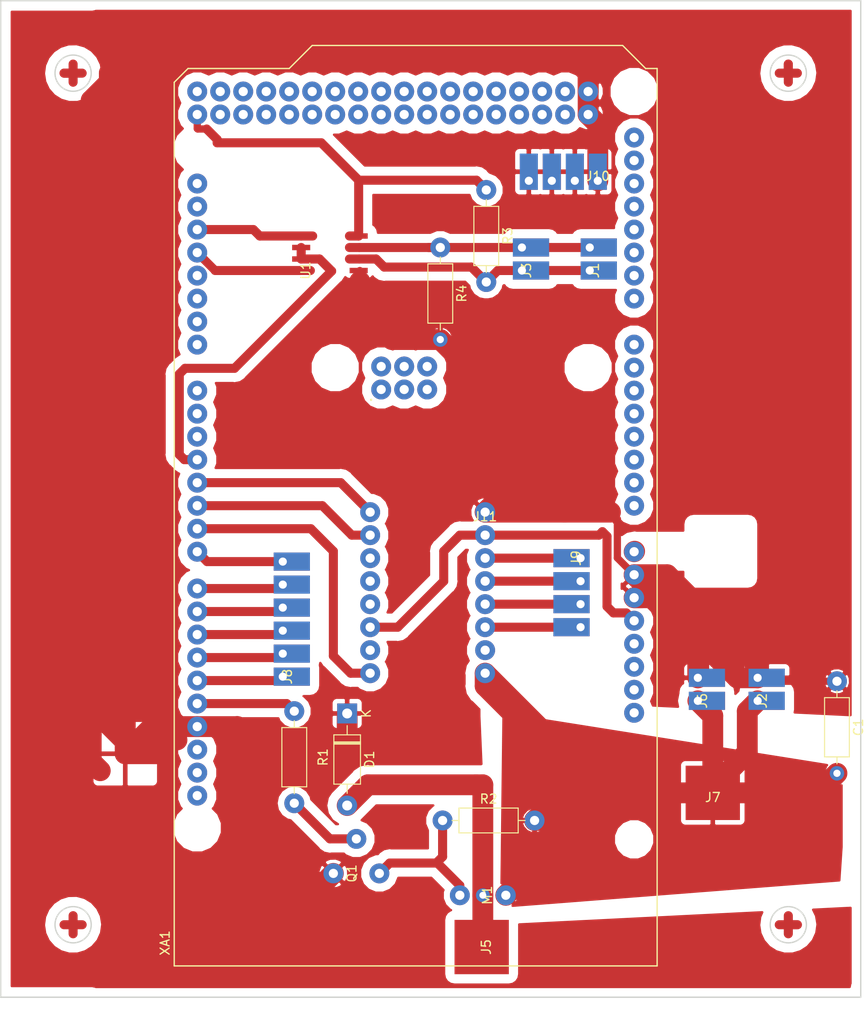
<source format=kicad_pcb>
(kicad_pcb (version 20171130) (host pcbnew "(5.1.2)-2")

  (general
    (thickness 1.6)
    (drawings 8)
    (tracks 227)
    (zones 0)
    (modules 20)
    (nets 101)
  )

  (page A4)
  (layers
    (0 F.Cu signal)
    (31 B.Cu signal)
    (32 B.Adhes user)
    (33 F.Adhes user)
    (34 B.Paste user)
    (35 F.Paste user)
    (36 B.SilkS user)
    (37 F.SilkS user)
    (38 B.Mask user)
    (39 F.Mask user)
    (40 Dwgs.User user)
    (41 Cmts.User user)
    (42 Eco1.User user)
    (43 Eco2.User user)
    (44 Edge.Cuts user)
    (45 Margin user)
    (46 B.CrtYd user)
    (47 F.CrtYd user)
    (48 B.Fab user)
    (49 F.Fab user)
  )

  (setup
    (last_trace_width 0.25)
    (trace_clearance 0.2)
    (zone_clearance 0.508)
    (zone_45_only no)
    (trace_min 0.2)
    (via_size 0.8)
    (via_drill 0.4)
    (via_min_size 0.4)
    (via_min_drill 0.3)
    (uvia_size 0.3)
    (uvia_drill 0.1)
    (uvias_allowed no)
    (uvia_min_size 0.2)
    (uvia_min_drill 0.1)
    (edge_width 0.15)
    (segment_width 0.2)
    (pcb_text_width 0.3)
    (pcb_text_size 1.5 1.5)
    (mod_edge_width 0.15)
    (mod_text_size 1 1)
    (mod_text_width 0.15)
    (pad_size 2.2 2.2)
    (pad_drill 1.016)
    (pad_to_mask_clearance 0.2)
    (aux_axis_origin 106 138)
    (visible_elements 7FFFFFFF)
    (pcbplotparams
      (layerselection 0x010fc_ffffffff)
      (usegerberextensions false)
      (usegerberattributes false)
      (usegerberadvancedattributes false)
      (creategerberjobfile false)
      (excludeedgelayer true)
      (linewidth 0.100000)
      (plotframeref false)
      (viasonmask false)
      (mode 1)
      (useauxorigin false)
      (hpglpennumber 1)
      (hpglpenspeed 20)
      (hpglpendiameter 15.000000)
      (psnegative false)
      (psa4output false)
      (plotreference true)
      (plotvalue true)
      (plotinvisibletext false)
      (padsonsilk false)
      (subtractmaskfromsilk false)
      (outputformat 1)
      (mirror false)
      (drillshape 1)
      (scaleselection 1)
      (outputdirectory "../../"))
  )

  (net 0 "")
  (net 1 "Net-(J1-Pad2)")
  (net 2 GND)
  (net 3 "Net-(J1-Pad1)")
  (net 4 5V)
  (net 5 "Net-(M1-Pad2)")
  (net 6 12V)
  (net 7 "Net-(Q1-Pad2)")
  (net 8 HEAT)
  (net 9 "Net-(D1-Pad2)")
  (net 10 "Net-(J11-Pad3)")
  (net 11 "Net-(J11-Pad4)")
  (net 12 "Net-(J11-Pad5)")
  (net 13 "Net-(J11-Pad6)")
  (net 14 "Net-(J11-Pad7)")
  (net 15 DIR)
  (net 16 STEP)
  (net 17 "Net-(J11-Pad11)")
  (net 18 "Net-(J11-Pad12)")
  (net 19 "Net-(J11-Pad13)")
  (net 20 "Net-(J11-Pad15)")
  (net 21 EN)
  (net 22 "Net-(U1-Pad1)")
  (net 23 DR)
  (net 24 "Net-(U1-Pad4)")
  (net 25 Y_LL)
  (net 26 Y_RL)
  (net 27 X_LL)
  (net 28 X_RL)
  (net 29 SEN_LL)
  (net 30 SEN_RL)
  (net 31 "Net-(XA1-PadRST2)")
  (net 32 "Net-(XA1-PadGND4)")
  (net 33 "Net-(XA1-PadMOSI)")
  (net 34 "Net-(XA1-PadSCK)")
  (net 35 "Net-(XA1-Pad5V2)")
  (net 36 "Net-(XA1-PadA0)")
  (net 37 "Net-(XA1-Pad3V3)")
  (net 38 "Net-(XA1-PadRST1)")
  (net 39 "Net-(XA1-PadIORF)")
  (net 40 "Net-(XA1-PadD21)")
  (net 41 "Net-(XA1-PadD20)")
  (net 42 "Net-(XA1-PadD17)")
  (net 43 "Net-(XA1-PadD16)")
  (net 44 "Net-(XA1-PadD15)")
  (net 45 "Net-(XA1-PadD14)")
  (net 46 "Net-(XA1-PadD0)")
  (net 47 "Net-(XA1-PadD1)")
  (net 48 "Net-(XA1-PadSCL)")
  (net 49 "Net-(XA1-PadSDA)")
  (net 50 "Net-(XA1-PadAREF)")
  (net 51 "Net-(XA1-PadA1)")
  (net 52 "Net-(XA1-PadA2)")
  (net 53 "Net-(XA1-PadA3)")
  (net 54 "Net-(XA1-PadA4)")
  (net 55 "Net-(XA1-PadA5)")
  (net 56 "Net-(XA1-PadA6)")
  (net 57 "Net-(XA1-PadA7)")
  (net 58 "Net-(XA1-PadA8)")
  (net 59 "Net-(XA1-PadA9)")
  (net 60 "Net-(XA1-PadA10)")
  (net 61 "Net-(XA1-PadA11)")
  (net 62 "Net-(XA1-PadA12)")
  (net 63 "Net-(XA1-PadA13)")
  (net 64 "Net-(XA1-PadA14)")
  (net 65 "Net-(XA1-PadA15)")
  (net 66 "Net-(XA1-PadD22)")
  (net 67 "Net-(XA1-PadD23)")
  (net 68 "Net-(XA1-PadD24)")
  (net 69 "Net-(XA1-PadD25)")
  (net 70 "Net-(XA1-PadD26)")
  (net 71 "Net-(XA1-PadD27)")
  (net 72 "Net-(XA1-PadD28)")
  (net 73 "Net-(XA1-PadD29)")
  (net 74 "Net-(XA1-PadD30)")
  (net 75 "Net-(XA1-PadD31)")
  (net 76 "Net-(XA1-PadD32)")
  (net 77 "Net-(XA1-PadD33)")
  (net 78 "Net-(XA1-PadD34)")
  (net 79 "Net-(XA1-PadD35)")
  (net 80 "Net-(XA1-PadD36)")
  (net 81 "Net-(XA1-PadD37)")
  (net 82 "Net-(XA1-PadD38)")
  (net 83 "Net-(XA1-PadD39)")
  (net 84 "Net-(XA1-PadD40)")
  (net 85 "Net-(XA1-PadD41)")
  (net 86 "Net-(XA1-PadD42)")
  (net 87 "Net-(XA1-PadD43)")
  (net 88 "Net-(XA1-PadD44)")
  (net 89 "Net-(XA1-PadD45)")
  (net 90 "Net-(XA1-PadD46)")
  (net 91 "Net-(XA1-PadD47)")
  (net 92 "Net-(XA1-PadD48)")
  (net 93 "Net-(XA1-PadD49)")
  (net 94 "Net-(XA1-PadD50)")
  (net 95 "Net-(XA1-PadD51)")
  (net 96 "Net-(XA1-PadD52)")
  (net 97 "Net-(XA1-PadD53)")
  (net 98 "Net-(XA1-PadMISO)")
  (net 99 "Net-(XA1-PadD2)")
  (net 100 "Net-(XA1-PadVIN)")

  (net_class Default "This is the default net class."
    (clearance 0.2)
    (trace_width 0.25)
    (via_dia 0.8)
    (via_drill 0.4)
    (uvia_dia 0.3)
    (uvia_drill 0.1)
    (add_net "Net-(XA1-PadD2)")
    (add_net "Net-(XA1-PadVIN)")
  )

  (net_class 12v ""
    (clearance 0.2)
    (trace_width 2.3)
    (via_dia 0.8)
    (via_drill 0.4)
    (uvia_dia 0.3)
    (uvia_drill 0.1)
    (add_net 12V)
    (add_net GND)
    (add_net "Net-(D1-Pad2)")
  )

  (net_class custom ""
    (clearance 0.2)
    (trace_width 1)
    (via_dia 0.8)
    (via_drill 0.4)
    (uvia_dia 0.3)
    (uvia_drill 0.1)
    (add_net 5V)
    (add_net DIR)
    (add_net DR)
    (add_net EN)
    (add_net HEAT)
    (add_net "Net-(J1-Pad1)")
    (add_net "Net-(J1-Pad2)")
    (add_net "Net-(J11-Pad11)")
    (add_net "Net-(J11-Pad12)")
    (add_net "Net-(J11-Pad13)")
    (add_net "Net-(J11-Pad15)")
    (add_net "Net-(J11-Pad3)")
    (add_net "Net-(J11-Pad4)")
    (add_net "Net-(J11-Pad5)")
    (add_net "Net-(J11-Pad6)")
    (add_net "Net-(J11-Pad7)")
    (add_net "Net-(M1-Pad2)")
    (add_net "Net-(Q1-Pad2)")
    (add_net "Net-(U1-Pad1)")
    (add_net "Net-(U1-Pad4)")
    (add_net "Net-(XA1-Pad3V3)")
    (add_net "Net-(XA1-Pad5V2)")
    (add_net "Net-(XA1-PadA0)")
    (add_net "Net-(XA1-PadA1)")
    (add_net "Net-(XA1-PadA10)")
    (add_net "Net-(XA1-PadA11)")
    (add_net "Net-(XA1-PadA12)")
    (add_net "Net-(XA1-PadA13)")
    (add_net "Net-(XA1-PadA14)")
    (add_net "Net-(XA1-PadA15)")
    (add_net "Net-(XA1-PadA2)")
    (add_net "Net-(XA1-PadA3)")
    (add_net "Net-(XA1-PadA4)")
    (add_net "Net-(XA1-PadA5)")
    (add_net "Net-(XA1-PadA6)")
    (add_net "Net-(XA1-PadA7)")
    (add_net "Net-(XA1-PadA8)")
    (add_net "Net-(XA1-PadA9)")
    (add_net "Net-(XA1-PadAREF)")
    (add_net "Net-(XA1-PadD0)")
    (add_net "Net-(XA1-PadD1)")
    (add_net "Net-(XA1-PadD14)")
    (add_net "Net-(XA1-PadD15)")
    (add_net "Net-(XA1-PadD16)")
    (add_net "Net-(XA1-PadD17)")
    (add_net "Net-(XA1-PadD20)")
    (add_net "Net-(XA1-PadD21)")
    (add_net "Net-(XA1-PadD22)")
    (add_net "Net-(XA1-PadD23)")
    (add_net "Net-(XA1-PadD24)")
    (add_net "Net-(XA1-PadD25)")
    (add_net "Net-(XA1-PadD26)")
    (add_net "Net-(XA1-PadD27)")
    (add_net "Net-(XA1-PadD28)")
    (add_net "Net-(XA1-PadD29)")
    (add_net "Net-(XA1-PadD30)")
    (add_net "Net-(XA1-PadD31)")
    (add_net "Net-(XA1-PadD32)")
    (add_net "Net-(XA1-PadD33)")
    (add_net "Net-(XA1-PadD34)")
    (add_net "Net-(XA1-PadD35)")
    (add_net "Net-(XA1-PadD36)")
    (add_net "Net-(XA1-PadD37)")
    (add_net "Net-(XA1-PadD38)")
    (add_net "Net-(XA1-PadD39)")
    (add_net "Net-(XA1-PadD40)")
    (add_net "Net-(XA1-PadD41)")
    (add_net "Net-(XA1-PadD42)")
    (add_net "Net-(XA1-PadD43)")
    (add_net "Net-(XA1-PadD44)")
    (add_net "Net-(XA1-PadD45)")
    (add_net "Net-(XA1-PadD46)")
    (add_net "Net-(XA1-PadD47)")
    (add_net "Net-(XA1-PadD48)")
    (add_net "Net-(XA1-PadD49)")
    (add_net "Net-(XA1-PadD50)")
    (add_net "Net-(XA1-PadD51)")
    (add_net "Net-(XA1-PadD52)")
    (add_net "Net-(XA1-PadD53)")
    (add_net "Net-(XA1-PadGND4)")
    (add_net "Net-(XA1-PadIORF)")
    (add_net "Net-(XA1-PadMISO)")
    (add_net "Net-(XA1-PadMOSI)")
    (add_net "Net-(XA1-PadRST1)")
    (add_net "Net-(XA1-PadRST2)")
    (add_net "Net-(XA1-PadSCK)")
    (add_net "Net-(XA1-PadSCL)")
    (add_net "Net-(XA1-PadSDA)")
    (add_net SEN_LL)
    (add_net SEN_RL)
    (add_net STEP)
    (add_net X_LL)
    (add_net X_RL)
    (add_net Y_LL)
    (add_net Y_RL)
  )

  (module Quickprints:VinPad (layer F.Cu) (tedit 5D5D9EE9) (tstamp 5DD80C4B)
    (at 184.658 115.443)
    (path /5D64F22F)
    (fp_text reference J7 (at 0 0.5) (layer F.SilkS)
      (effects (font (size 1 1) (thickness 0.15)))
    )
    (fp_text value 12V_VIN (at 0 -0.5) (layer F.Fab)
      (effects (font (size 1 1) (thickness 0.15)))
    )
    (pad 1 smd rect (at 0 0) (size 6 6) (layers F.Cu F.Paste F.Mask)
      (net 6 12V))
  )

  (module Arduino:Arduino_Mega2560_Shield (layer F.Cu) (tedit 5D63BBFB) (tstamp 5DD7F7EB)
    (at 178.510001 134.544999 90)
    (descr https://store.arduino.cc/arduino-mega-2560-rev3)
    (path /5D5D7660)
    (fp_text reference XA1 (at 2.54 -54.356 90) (layer F.SilkS)
      (effects (font (size 1 1) (thickness 0.15)))
    )
    (fp_text value Arduino_Mega2560_Shield (at 15.494 -54.356 90) (layer F.Fab)
      (effects (font (size 1 1) (thickness 0.15)))
    )
    (fp_line (start 0 -53.34) (end 97.536 -53.34) (layer F.SilkS) (width 0.15))
    (fp_line (start 0 0) (end 99.06 0) (layer F.SilkS) (width 0.15))
    (fp_line (start 97.536 -53.34) (end 99.06 -51.816) (layer F.SilkS) (width 0.15))
    (fp_line (start 99.06 0) (end 99.06 -1.27) (layer F.SilkS) (width 0.15))
    (fp_line (start 99.06 -1.27) (end 101.6 -3.81) (layer F.SilkS) (width 0.15))
    (fp_line (start 101.6 -3.81) (end 101.6 -38.1) (layer F.SilkS) (width 0.15))
    (fp_line (start 101.6 -38.1) (end 99.06 -40.64) (layer F.SilkS) (width 0.15))
    (fp_line (start 99.06 -40.64) (end 99.06 -51.816) (layer F.SilkS) (width 0.15))
    (fp_line (start 0 -53.34) (end 0 0) (layer F.SilkS) (width 0.15))
    (fp_line (start -1.905 -12.065) (end 11.43 -12.065) (layer B.CrtYd) (width 0.15))
    (fp_line (start -1.905 -12.065) (end -1.905 -3.175) (layer B.CrtYd) (width 0.15))
    (fp_line (start -1.905 -3.175) (end 11.43 -3.175) (layer B.CrtYd) (width 0.15))
    (fp_line (start 11.43 -12.065) (end 11.43 -3.175) (layer B.CrtYd) (width 0.15))
    (fp_text user . (at 62.484 -32.004 90) (layer F.SilkS)
      (effects (font (size 1 1) (thickness 0.15)))
    )
    (fp_line (start -6.35 -43.815) (end -6.35 -32.385) (layer B.CrtYd) (width 0.15))
    (fp_line (start 9.525 -43.815) (end 9.525 -32.385) (layer B.CrtYd) (width 0.15))
    (fp_line (start 9.525 -43.815) (end -6.35 -43.815) (layer B.CrtYd) (width 0.15))
    (fp_line (start 9.525 -32.385) (end -6.35 -32.385) (layer B.CrtYd) (width 0.15))
    (pad MISO thru_hole circle (at 63.627 -30.48 90) (size 2.2 2.2) (drill 1.016) (layers *.Cu *.Mask)
      (net 98 "Net-(XA1-PadMISO)"))
    (pad GND6 thru_hole circle (at 96.52 -7.62 90) (size 2.2 2.2) (drill 1.016) (layers *.Cu *.Mask)
      (net 2 GND))
    (pad GND5 thru_hole circle (at 93.98 -7.62 90) (size 2.2 2.2) (drill 1.016) (layers *.Cu *.Mask)
      (net 2 GND))
    (pad D53 thru_hole circle (at 96.52 -10.16 90) (size 2.2 2.2) (drill 1.016) (layers *.Cu *.Mask)
      (net 97 "Net-(XA1-PadD53)"))
    (pad D52 thru_hole circle (at 93.98 -10.16 90) (size 2.2 2.2) (drill 1.016) (layers *.Cu *.Mask)
      (net 96 "Net-(XA1-PadD52)"))
    (pad D51 thru_hole circle (at 96.52 -12.7 90) (size 2.2 2.2) (drill 1.016) (layers *.Cu *.Mask)
      (net 95 "Net-(XA1-PadD51)"))
    (pad D50 thru_hole circle (at 93.98 -12.7 90) (size 2.2 2.2) (drill 1.016) (layers *.Cu *.Mask)
      (net 94 "Net-(XA1-PadD50)"))
    (pad D49 thru_hole circle (at 96.52 -15.24 90) (size 2.2 2.2) (drill 1.016) (layers *.Cu *.Mask)
      (net 93 "Net-(XA1-PadD49)"))
    (pad D48 thru_hole circle (at 93.98 -15.24 90) (size 2.2 2.2) (drill 1.016) (layers *.Cu *.Mask)
      (net 92 "Net-(XA1-PadD48)"))
    (pad D47 thru_hole circle (at 96.52 -17.78 90) (size 2.2 2.2) (drill 1.016) (layers *.Cu *.Mask)
      (net 91 "Net-(XA1-PadD47)"))
    (pad D46 thru_hole circle (at 93.98 -17.78 90) (size 2.2 2.2) (drill 1.016) (layers *.Cu *.Mask)
      (net 90 "Net-(XA1-PadD46)"))
    (pad D45 thru_hole circle (at 96.52 -20.32 90) (size 2.2 2.2) (drill 1.016) (layers *.Cu *.Mask)
      (net 89 "Net-(XA1-PadD45)"))
    (pad D44 thru_hole circle (at 93.98 -20.32 90) (size 2.2 2.2) (drill 1.016) (layers *.Cu *.Mask)
      (net 88 "Net-(XA1-PadD44)"))
    (pad D43 thru_hole circle (at 96.52 -22.86 90) (size 2.2 2.2) (drill 1.016) (layers *.Cu *.Mask)
      (net 87 "Net-(XA1-PadD43)"))
    (pad D42 thru_hole circle (at 93.98 -22.86 90) (size 2.2 2.2) (drill 1.016) (layers *.Cu *.Mask)
      (net 86 "Net-(XA1-PadD42)"))
    (pad D41 thru_hole circle (at 96.52 -25.4 90) (size 2.2 2.2) (drill 1.016) (layers *.Cu *.Mask)
      (net 85 "Net-(XA1-PadD41)"))
    (pad D40 thru_hole circle (at 93.98 -25.4 90) (size 2.2 2.2) (drill 1.016) (layers *.Cu *.Mask)
      (net 84 "Net-(XA1-PadD40)"))
    (pad D39 thru_hole circle (at 96.52 -27.94 90) (size 2.2 2.2) (drill 1.016) (layers *.Cu *.Mask)
      (net 83 "Net-(XA1-PadD39)"))
    (pad D38 thru_hole circle (at 93.98 -27.94 90) (size 2.2 2.2) (drill 1.016) (layers *.Cu *.Mask)
      (net 82 "Net-(XA1-PadD38)"))
    (pad D37 thru_hole circle (at 96.52 -30.48 90) (size 2.2 2.2) (drill 1.016) (layers *.Cu *.Mask)
      (net 81 "Net-(XA1-PadD37)"))
    (pad D36 thru_hole circle (at 93.98 -30.48 90) (size 2.2 2.2) (drill 1.016) (layers *.Cu *.Mask)
      (net 80 "Net-(XA1-PadD36)"))
    (pad D35 thru_hole circle (at 96.52 -33.02 90) (size 2.2 2.2) (drill 1.016) (layers *.Cu *.Mask)
      (net 79 "Net-(XA1-PadD35)"))
    (pad D34 thru_hole circle (at 93.98 -33.02 90) (size 2.2 2.2) (drill 1.016) (layers *.Cu *.Mask)
      (net 78 "Net-(XA1-PadD34)"))
    (pad D33 thru_hole circle (at 96.52 -35.56 90) (size 2.2 2.2) (drill 1.016) (layers *.Cu *.Mask)
      (net 77 "Net-(XA1-PadD33)"))
    (pad D32 thru_hole circle (at 93.98 -35.56 90) (size 2.2 2.2) (drill 1.016) (layers *.Cu *.Mask)
      (net 76 "Net-(XA1-PadD32)"))
    (pad D31 thru_hole circle (at 96.52 -38.1 90) (size 2.2 2.2) (drill 1.016) (layers *.Cu *.Mask)
      (net 75 "Net-(XA1-PadD31)"))
    (pad D30 thru_hole circle (at 93.98 -38.1 90) (size 2.2 2.2) (drill 1.016) (layers *.Cu *.Mask)
      (net 74 "Net-(XA1-PadD30)"))
    (pad D29 thru_hole circle (at 96.52 -40.64 90) (size 2.2 2.2) (drill 1.016) (layers *.Cu *.Mask)
      (net 73 "Net-(XA1-PadD29)"))
    (pad D28 thru_hole circle (at 93.98 -40.64 90) (size 2.2 2.2) (drill 1.016) (layers *.Cu *.Mask)
      (net 72 "Net-(XA1-PadD28)"))
    (pad D27 thru_hole circle (at 96.52 -43.18 90) (size 2.2 2.2) (drill 1.016) (layers *.Cu *.Mask)
      (net 71 "Net-(XA1-PadD27)"))
    (pad D26 thru_hole circle (at 93.98 -43.18 90) (size 2.2 2.2) (drill 1.016) (layers *.Cu *.Mask)
      (net 70 "Net-(XA1-PadD26)"))
    (pad D25 thru_hole circle (at 96.52 -45.72 90) (size 2.2 2.2) (drill 1.016) (layers *.Cu *.Mask)
      (net 69 "Net-(XA1-PadD25)"))
    (pad D24 thru_hole circle (at 93.98 -45.72 90) (size 2.2 2.2) (drill 1.016) (layers *.Cu *.Mask)
      (net 68 "Net-(XA1-PadD24)"))
    (pad D23 thru_hole circle (at 96.52 -48.26 90) (size 2.2 2.2) (drill 1.016) (layers *.Cu *.Mask)
      (net 67 "Net-(XA1-PadD23)"))
    (pad D22 thru_hole circle (at 93.98 -48.26 90) (size 2.2 2.2) (drill 1.016) (layers *.Cu *.Mask)
      (net 66 "Net-(XA1-PadD22)"))
    (pad 5V4 thru_hole circle (at 96.52 -50.8 90) (size 2.2 2.2) (drill 1.016) (layers *.Cu *.Mask)
      (net 4 5V))
    (pad 5V3 thru_hole circle (at 93.98 -50.8 90) (size 2.2 2.2) (drill 1.016) (layers *.Cu *.Mask)
      (net 4 5V))
    (pad A15 thru_hole circle (at 91.44 -2.54 90) (size 2.2 2.2) (drill 1.016) (layers *.Cu *.Mask)
      (net 65 "Net-(XA1-PadA15)"))
    (pad A14 thru_hole circle (at 88.9 -2.54 90) (size 2.2 2.2) (drill 1.016) (layers *.Cu *.Mask)
      (net 64 "Net-(XA1-PadA14)"))
    (pad A13 thru_hole circle (at 86.36 -2.54 90) (size 2.2 2.2) (drill 1.016) (layers *.Cu *.Mask)
      (net 63 "Net-(XA1-PadA13)"))
    (pad A12 thru_hole circle (at 83.82 -2.54 90) (size 2.2 2.2) (drill 1.016) (layers *.Cu *.Mask)
      (net 62 "Net-(XA1-PadA12)"))
    (pad A11 thru_hole circle (at 81.28 -2.54 90) (size 2.2 2.2) (drill 1.016) (layers *.Cu *.Mask)
      (net 61 "Net-(XA1-PadA11)"))
    (pad A10 thru_hole circle (at 78.74 -2.54 90) (size 2.2 2.2) (drill 1.016) (layers *.Cu *.Mask)
      (net 60 "Net-(XA1-PadA10)"))
    (pad A9 thru_hole circle (at 76.2 -2.54 90) (size 2.2 2.2) (drill 1.016) (layers *.Cu *.Mask)
      (net 59 "Net-(XA1-PadA9)"))
    (pad A8 thru_hole circle (at 73.66 -2.54 90) (size 2.2 2.2) (drill 1.016) (layers *.Cu *.Mask)
      (net 58 "Net-(XA1-PadA8)"))
    (pad A7 thru_hole circle (at 68.58 -2.54 90) (size 2.2 2.2) (drill 1.016) (layers *.Cu *.Mask)
      (net 57 "Net-(XA1-PadA7)"))
    (pad A6 thru_hole circle (at 66.04 -2.54 90) (size 2.2 2.2) (drill 1.016) (layers *.Cu *.Mask)
      (net 56 "Net-(XA1-PadA6)"))
    (pad A5 thru_hole circle (at 63.5 -2.54 90) (size 2.2 2.2) (drill 1.016) (layers *.Cu *.Mask)
      (net 55 "Net-(XA1-PadA5)"))
    (pad A4 thru_hole circle (at 60.96 -2.54 90) (size 2.2 2.2) (drill 1.016) (layers *.Cu *.Mask)
      (net 54 "Net-(XA1-PadA4)"))
    (pad A3 thru_hole circle (at 58.42 -2.54 90) (size 2.2 2.2) (drill 1.016) (layers *.Cu *.Mask)
      (net 53 "Net-(XA1-PadA3)"))
    (pad A2 thru_hole circle (at 55.88 -2.54 90) (size 2.2 2.2) (drill 1.016) (layers *.Cu *.Mask)
      (net 52 "Net-(XA1-PadA2)"))
    (pad A1 thru_hole circle (at 53.34 -2.54 90) (size 2.2 2.2) (drill 1.016) (layers *.Cu *.Mask)
      (net 51 "Net-(XA1-PadA1)"))
    (pad "" thru_hole circle (at 27.94 -2.54 90) (size 2.2 2.2) (drill 1.016) (layers *.Cu *.Mask))
    (pad D11 thru_hole circle (at 34.036 -50.8 90) (size 2.2 2.2) (drill 1.016) (layers *.Cu *.Mask)
      (net 26 Y_RL))
    (pad D12 thru_hole circle (at 31.496 -50.8 90) (size 2.2 2.2) (drill 1.016) (layers *.Cu *.Mask)
      (net 25 Y_LL))
    (pad D13 thru_hole circle (at 28.956 -50.8 90) (size 2.2 2.2) (drill 1.016) (layers *.Cu *.Mask)
      (net 8 HEAT))
    (pad AREF thru_hole circle (at 23.876 -50.8 90) (size 2.2 2.2) (drill 1.016) (layers *.Cu *.Mask)
      (net 50 "Net-(XA1-PadAREF)"))
    (pad SDA thru_hole circle (at 21.336 -50.8 90) (size 2.2 2.2) (drill 1.016) (layers *.Cu *.Mask)
      (net 49 "Net-(XA1-PadSDA)"))
    (pad SCL thru_hole circle (at 18.796 -50.8 90) (size 2.2 2.2) (drill 1.016) (layers *.Cu *.Mask)
      (net 48 "Net-(XA1-PadSCL)"))
    (pad "" np_thru_hole circle (at 13.97 -2.54 90) (size 3.2 3.2) (drill 3.2) (layers *.Cu *.Mask))
    (pad "" np_thru_hole circle (at 96.52 -2.54 90) (size 3.2 3.2) (drill 3.2) (layers *.Cu *.Mask))
    (pad "" np_thru_hole circle (at 15.24 -50.8 90) (size 3.2 3.2) (drill 3.2) (layers *.Cu *.Mask))
    (pad "" np_thru_hole circle (at 90.17 -50.8 90) (size 3.2 3.2) (drill 3.2) (layers *.Cu *.Mask))
    (pad "" np_thru_hole circle (at 66.04 -35.56 90) (size 3.2 3.2) (drill 3.2) (layers *.Cu *.Mask))
    (pad "" np_thru_hole circle (at 66.04 -7.62 90) (size 3.2 3.2) (drill 3.2) (layers *.Cu *.Mask))
    (pad D10 thru_hole circle (at 36.576 -50.8 90) (size 2.2 2.2) (drill 1.016) (layers *.Cu *.Mask)
      (net 27 X_LL))
    (pad D9 thru_hole circle (at 39.116 -50.8 90) (size 2.2 2.2) (drill 1.016) (layers *.Cu *.Mask)
      (net 28 X_RL))
    (pad D8 thru_hole circle (at 41.656 -50.8 90) (size 2.2 2.2) (drill 1.016) (layers *.Cu *.Mask)
      (net 29 SEN_LL))
    (pad GND1 thru_hole circle (at 26.416 -50.8 90) (size 2.2 2.2) (drill 1.016) (layers *.Cu *.Mask)
      (net 2 GND))
    (pad D7 thru_hole circle (at 45.72 -50.8 90) (size 2.2 2.2) (drill 1.016) (layers *.Cu *.Mask)
      (net 30 SEN_RL))
    (pad D6 thru_hole circle (at 48.26 -50.8 90) (size 2.2 2.2) (drill 1.016) (layers *.Cu *.Mask)
      (net 21 EN))
    (pad D5 thru_hole circle (at 50.8 -50.8 90) (size 2.2 2.2) (drill 1.016) (layers *.Cu *.Mask)
      (net 16 STEP))
    (pad D4 thru_hole circle (at 53.34 -50.8 90) (size 2.2 2.2) (drill 1.016) (layers *.Cu *.Mask)
      (net 15 DIR))
    (pad D3 thru_hole circle (at 55.88 -50.8 90) (size 2.2 2.2) (drill 1.016) (layers *.Cu *.Mask)
      (net 23 DR))
    (pad D2 thru_hole circle (at 58.42 -50.8 90) (size 2.2 2.2) (drill 1.016) (layers *.Cu *.Mask)
      (net 99 "Net-(XA1-PadD2)"))
    (pad D1 thru_hole circle (at 60.96 -50.8 90) (size 2.2 2.2) (drill 1.016) (layers *.Cu *.Mask)
      (net 47 "Net-(XA1-PadD1)"))
    (pad D0 thru_hole circle (at 63.5 -50.8 90) (size 2.2 2.2) (drill 1.016) (layers *.Cu *.Mask)
      (net 46 "Net-(XA1-PadD0)"))
    (pad D14 thru_hole circle (at 68.58 -50.8 90) (size 2.2 2.2) (drill 1.016) (layers *.Cu *.Mask)
      (net 45 "Net-(XA1-PadD14)"))
    (pad D15 thru_hole circle (at 71.12 -50.8 90) (size 2.2 2.2) (drill 1.016) (layers *.Cu *.Mask)
      (net 44 "Net-(XA1-PadD15)"))
    (pad D16 thru_hole circle (at 73.66 -50.8 90) (size 2.2 2.2) (drill 1.016) (layers *.Cu *.Mask)
      (net 43 "Net-(XA1-PadD16)"))
    (pad D17 thru_hole circle (at 76.2 -50.8 90) (size 2.2 2.2) (drill 1.016) (layers *.Cu *.Mask)
      (net 42 "Net-(XA1-PadD17)"))
    (pad D18 thru_hole circle (at 78.74 -50.8 90) (size 2.2 2.2) (drill 1.016) (layers *.Cu *.Mask)
      (net 22 "Net-(U1-Pad1)"))
    (pad D19 thru_hole circle (at 81.28 -50.8 90) (size 2.2 2.2) (drill 1.016) (layers *.Cu *.Mask)
      (net 24 "Net-(U1-Pad4)"))
    (pad D20 thru_hole circle (at 83.82 -50.8 90) (size 2.2 2.2) (drill 1.016) (layers *.Cu *.Mask)
      (net 41 "Net-(XA1-PadD20)"))
    (pad D21 thru_hole circle (at 86.36 -50.8 90) (size 2.2 2.2) (drill 1.016) (layers *.Cu *.Mask)
      (net 40 "Net-(XA1-PadD21)"))
    (pad IORF thru_hole circle (at 30.48 -2.54 90) (size 2.2 2.2) (drill 1.016) (layers *.Cu *.Mask)
      (net 39 "Net-(XA1-PadIORF)"))
    (pad RST1 thru_hole circle (at 33.02 -2.54 90) (size 2.2 2.2) (drill 1.016) (layers *.Cu *.Mask)
      (net 38 "Net-(XA1-PadRST1)"))
    (pad 3V3 thru_hole circle (at 35.56 -2.54 90) (size 2.2 2.2) (drill 1.016) (layers *.Cu *.Mask)
      (net 37 "Net-(XA1-Pad3V3)"))
    (pad 5V1 thru_hole circle (at 38.1 -2.54 90) (size 2.2 2.2) (drill 1.016) (layers *.Cu *.Mask)
      (net 4 5V))
    (pad GND2 thru_hole circle (at 40.64 -2.54 90) (size 2.2 2.2) (drill 1.016) (layers *.Cu *.Mask)
      (net 2 GND))
    (pad GND3 thru_hole circle (at 43.18 -2.54 90) (size 2.2 2.2) (drill 1.016) (layers *.Cu *.Mask)
      (net 2 GND))
    (pad VIN thru_hole circle (at 45.72 -2.54 90) (size 2.2 2.2) (drill 1.016) (layers *.Cu *.Mask)
      (net 100 "Net-(XA1-PadVIN)"))
    (pad A0 thru_hole circle (at 50.8 -2.54 90) (size 2.2 2.2) (drill 1.016) (layers *.Cu *.Mask)
      (net 36 "Net-(XA1-PadA0)"))
    (pad 5V2 thru_hole circle (at 66.167 -30.48 90) (size 2.2 2.2) (drill 1.016) (layers *.Cu *.Mask)
      (net 35 "Net-(XA1-Pad5V2)"))
    (pad SCK thru_hole circle (at 63.627 -27.94 90) (size 2.2 2.2) (drill 1.016) (layers *.Cu *.Mask)
      (net 34 "Net-(XA1-PadSCK)"))
    (pad MOSI thru_hole circle (at 66.167 -27.94 90) (size 2.2 2.2) (drill 1.016) (layers *.Cu *.Mask)
      (net 33 "Net-(XA1-PadMOSI)"))
    (pad GND4 thru_hole circle (at 66.167 -25.4 90) (size 2.2 2.2) (drill 1.016) (layers *.Cu *.Mask)
      (net 32 "Net-(XA1-PadGND4)"))
    (pad RST2 thru_hole circle (at 63.627 -25.4 90) (size 2.2 2.2) (drill 1.016) (layers *.Cu *.Mask)
      (net 31 "Net-(XA1-PadRST2)"))
  )

  (module Quickprints:BJT (layer F.Cu) (tedit 5D5DA536) (tstamp 5DD7E8BE)
    (at 145.288 124.333 270)
    (path /5D5D8D79)
    (fp_text reference Q1 (at 0 0.5 270) (layer F.SilkS)
      (effects (font (size 1 1) (thickness 0.15)))
    )
    (fp_text value 2N3904 (at 0.381 -0.5 270) (layer F.Fab)
      (effects (font (size 1 1) (thickness 0.15)))
    )
    (pad 3 thru_hole circle (at 0 -2.54 270) (size 2.2 2.2) (drill 1.016) (layers *.Cu *.Mask)
      (net 5 "Net-(M1-Pad2)"))
    (pad 2 thru_hole circle (at -3.81 0 270) (size 2.2 2.2) (drill 1.016) (layers *.Cu *.Mask)
      (net 7 "Net-(Q1-Pad2)"))
    (pad 1 thru_hole circle (at 0 2.54 270) (size 2.2 2.2) (drill 1.016) (layers *.Cu *.Mask)
      (net 2 GND))
  )

  (module Diode_THT:D_DO-41_SOD81_P10.16mm_Horizontal (layer F.Cu) (tedit 5AE50CD5) (tstamp 5DC1AE3D)
    (at 144.272 106.68 270)
    (descr "Diode, DO-41_SOD81 series, Axial, Horizontal, pin pitch=10.16mm, , length*diameter=5.2*2.7mm^2, , http://www.diodes.com/_files/packages/DO-41%20(Plastic).pdf")
    (tags "Diode DO-41_SOD81 series Axial Horizontal pin pitch 10.16mm  length 5.2mm diameter 2.7mm")
    (path /5D5DEE99)
    (fp_text reference D1 (at 5.08 -2.47 270) (layer F.SilkS)
      (effects (font (size 1 1) (thickness 0.15)))
    )
    (fp_text value DIODE (at 5.08 2.47 270) (layer F.Fab)
      (effects (font (size 1 1) (thickness 0.15)))
    )
    (fp_text user K (at 0 -2.1 270) (layer F.SilkS)
      (effects (font (size 1 1) (thickness 0.15)))
    )
    (fp_text user K (at 0 -2.1 270) (layer F.Fab)
      (effects (font (size 1 1) (thickness 0.15)))
    )
    (fp_text user %R (at 5.47 0 270) (layer F.Fab)
      (effects (font (size 1 1) (thickness 0.15)))
    )
    (fp_line (start 11.51 -1.6) (end -1.35 -1.6) (layer F.CrtYd) (width 0.05))
    (fp_line (start 11.51 1.6) (end 11.51 -1.6) (layer F.CrtYd) (width 0.05))
    (fp_line (start -1.35 1.6) (end 11.51 1.6) (layer F.CrtYd) (width 0.05))
    (fp_line (start -1.35 -1.6) (end -1.35 1.6) (layer F.CrtYd) (width 0.05))
    (fp_line (start 3.14 -1.47) (end 3.14 1.47) (layer F.SilkS) (width 0.12))
    (fp_line (start 3.38 -1.47) (end 3.38 1.47) (layer F.SilkS) (width 0.12))
    (fp_line (start 3.26 -1.47) (end 3.26 1.47) (layer F.SilkS) (width 0.12))
    (fp_line (start 8.82 0) (end 7.8 0) (layer F.SilkS) (width 0.12))
    (fp_line (start 1.34 0) (end 2.36 0) (layer F.SilkS) (width 0.12))
    (fp_line (start 7.8 -1.47) (end 2.36 -1.47) (layer F.SilkS) (width 0.12))
    (fp_line (start 7.8 1.47) (end 7.8 -1.47) (layer F.SilkS) (width 0.12))
    (fp_line (start 2.36 1.47) (end 7.8 1.47) (layer F.SilkS) (width 0.12))
    (fp_line (start 2.36 -1.47) (end 2.36 1.47) (layer F.SilkS) (width 0.12))
    (fp_line (start 3.16 -1.35) (end 3.16 1.35) (layer F.Fab) (width 0.1))
    (fp_line (start 3.36 -1.35) (end 3.36 1.35) (layer F.Fab) (width 0.1))
    (fp_line (start 3.26 -1.35) (end 3.26 1.35) (layer F.Fab) (width 0.1))
    (fp_line (start 10.16 0) (end 7.68 0) (layer F.Fab) (width 0.1))
    (fp_line (start 0 0) (end 2.48 0) (layer F.Fab) (width 0.1))
    (fp_line (start 7.68 -1.35) (end 2.48 -1.35) (layer F.Fab) (width 0.1))
    (fp_line (start 7.68 1.35) (end 7.68 -1.35) (layer F.Fab) (width 0.1))
    (fp_line (start 2.48 1.35) (end 7.68 1.35) (layer F.Fab) (width 0.1))
    (fp_line (start 2.48 -1.35) (end 2.48 1.35) (layer F.Fab) (width 0.1))
    (pad 2 thru_hole oval (at 10.16 0 270) (size 2.2 2.2) (drill 1.1) (layers *.Cu *.Mask)
      (net 9 "Net-(D1-Pad2)"))
    (pad 1 thru_hole rect (at 0 0 270) (size 2.2 2.2) (drill 1.1) (layers *.Cu *.Mask)
      (net 2 GND))
    (model ${KISYS3DMOD}/Diode_THT.3dshapes/D_DO-41_SOD81_P10.16mm_Horizontal.wrl
      (at (xyz 0 0 0))
      (scale (xyz 1 1 1))
      (rotate (xyz 0 0 0))
    )
  )

  (module Quickprints:2_2.54 (layer F.Cu) (tedit 5D5DAF5F) (tstamp 5DC1ADFF)
    (at 171.069 57.785 90)
    (path /5D5D9545)
    (fp_text reference J1 (at 0 0.5 90) (layer F.SilkS)
      (effects (font (size 1 1) (thickness 0.15)))
    )
    (fp_text value rs485conn (at 0 -0.5 90) (layer F.Fab)
      (effects (font (size 1 1) (thickness 0.15)))
    )
    (pad 2 thru_hole rect (at 2.54 0 90) (size 2 4) (drill 0.9 (offset 0 1)) (layers *.Cu *.Mask)
      (net 1 "Net-(J1-Pad2)"))
    (pad 1 thru_hole rect (at 0 0 90) (size 2 4) (drill 0.9 (offset 0 1)) (layers *.Cu *.Mask)
      (net 3 "Net-(J1-Pad1)"))
  )

  (module Quickprints:2_2.54 (layer F.Cu) (tedit 5D5DAF5F) (tstamp 5DC1ADF9)
    (at 189.611 105.283 90)
    (path /5D5E2052)
    (fp_text reference J2 (at 0 0.5 90) (layer F.SilkS)
      (effects (font (size 1 1) (thickness 0.15)))
    )
    (fp_text value Ypow (at 0 -0.5 90) (layer F.Fab)
      (effects (font (size 1 1) (thickness 0.15)))
    )
    (pad 2 thru_hole rect (at 2.54 0 90) (size 2 4) (drill 0.9 (offset 0 1)) (layers *.Cu *.Mask)
      (net 2 GND))
    (pad 1 thru_hole rect (at 0 0 90) (size 2 4) (drill 0.9 (offset 0 1)) (layers *.Cu *.Mask)
      (net 6 12V))
  )

  (module Quickprints:2_2.54 (layer F.Cu) (tedit 5D5DAF5F) (tstamp 5DC1ADF3)
    (at 163.576 57.785 90)
    (path /5D5D9476)
    (fp_text reference J3 (at 0 0.5 90) (layer F.SilkS)
      (effects (font (size 1 1) (thickness 0.15)))
    )
    (fp_text value rs485conn (at 0 -0.5 90) (layer F.Fab)
      (effects (font (size 1 1) (thickness 0.15)))
    )
    (pad 2 thru_hole rect (at 2.54 0 90) (size 2 4) (drill 0.9 (offset 0 1)) (layers *.Cu *.Mask)
      (net 1 "Net-(J1-Pad2)"))
    (pad 1 thru_hole rect (at 0 0 90) (size 2 4) (drill 0.9 (offset 0 1)) (layers *.Cu *.Mask)
      (net 3 "Net-(J1-Pad1)"))
  )

  (module Quickprints:2_2.54 (layer F.Cu) (tedit 5D5DAF5F) (tstamp 5DC1ADED)
    (at 183.007 105.283 90)
    (path /5D5E1FD4)
    (fp_text reference J6 (at 0 0.5 90) (layer F.SilkS)
      (effects (font (size 1 1) (thickness 0.15)))
    )
    (fp_text value Xpow (at 0 -0.5 90) (layer F.Fab)
      (effects (font (size 1 1) (thickness 0.15)))
    )
    (pad 2 thru_hole rect (at 2.54 0 90) (size 2 4) (drill 0.9 (offset 0 1)) (layers *.Cu *.Mask)
      (net 2 GND))
    (pad 1 thru_hole rect (at 0 0 90) (size 2 4) (drill 0.9 (offset 0 1)) (layers *.Cu *.Mask)
      (net 6 12V))
  )

  (module Quickprints:4_2.54 (layer F.Cu) (tedit 5D5DAF8F) (tstamp 5DC1ADE7)
    (at 171.958 47.879 180)
    (path /5D60B5DB)
    (fp_text reference J10 (at 0 0.5 180) (layer F.SilkS)
      (effects (font (size 1 1) (thickness 0.15)))
    )
    (fp_text value limitSwitches (at 0 -0.5 180) (layer F.Fab)
      (effects (font (size 1 1) (thickness 0.15)))
    )
    (pad 4 thru_hole rect (at 7.62 0 180) (size 2 4) (drill 0.9 (offset 0 1)) (layers *.Cu *.Mask B.Adhes)
      (net 2 GND))
    (pad 3 thru_hole rect (at 5.08 0 180) (size 2 4) (drill 0.9 (offset 0 1)) (layers *.Cu *.Mask B.Adhes)
      (net 2 GND))
    (pad 2 thru_hole rect (at 2.54 0 180) (size 2 4) (drill 0.9 (offset 0 1)) (layers *.Cu *.Mask B.Adhes)
      (net 2 GND))
    (pad 1 thru_hole rect (at 0 0 180) (size 2 4) (drill 0.9 (offset 0 1)) (layers *.Cu *.Mask B.Adhes)
      (net 2 GND))
  )

  (module Quickprints:4_2.54 (layer F.Cu) (tedit 5D5DAF8F) (tstamp 5DC1ADDF)
    (at 170.053 89.535 270)
    (path /5D5E2DE3)
    (fp_text reference J9 (at 0 0.5 270) (layer F.SilkS)
      (effects (font (size 1 1) (thickness 0.15)))
    )
    (fp_text value SenStepper (at 0 -0.5 270) (layer F.Fab)
      (effects (font (size 1 1) (thickness 0.15)))
    )
    (pad 4 thru_hole rect (at 7.62 0 270) (size 2 4) (drill 0.9 (offset 0 1)) (layers *.Cu *.Mask B.Adhes)
      (net 13 "Net-(J11-Pad6)"))
    (pad 3 thru_hole rect (at 5.08 0 270) (size 2 4) (drill 0.9 (offset 0 1)) (layers *.Cu *.Mask B.Adhes)
      (net 12 "Net-(J11-Pad5)"))
    (pad 2 thru_hole rect (at 2.54 0 270) (size 2 4) (drill 0.9 (offset 0 1)) (layers *.Cu *.Mask B.Adhes)
      (net 11 "Net-(J11-Pad4)"))
    (pad 1 thru_hole rect (at 0 0 270) (size 2 4) (drill 0.9 (offset 0 1)) (layers *.Cu *.Mask B.Adhes)
      (net 10 "Net-(J11-Pad3)"))
  )

  (module Quickprints:6_2.54 (layer F.Cu) (tedit 5D5DAFB6) (tstamp 5DC1ADD7)
    (at 137.16 102.616 90)
    (path /5D618D16)
    (fp_text reference J8 (at 0 0.5 90) (layer F.SilkS)
      (effects (font (size 1 1) (thickness 0.15)))
    )
    (fp_text value SensorLimits (at 0 -0.5 90) (layer F.Fab)
      (effects (font (size 1 1) (thickness 0.15)))
    )
    (pad 6 thru_hole rect (at 12.7 0 90) (size 2 4) (drill 0.9 (offset 0 1)) (layers *.Cu *.Mask B.Adhes)
      (net 30 SEN_RL))
    (pad 5 thru_hole rect (at 10.16 0 90) (size 2 4) (drill 0.9 (offset 0 1)) (layers *.Cu *.Mask B.Adhes)
      (net 29 SEN_LL))
    (pad 4 thru_hole rect (at 7.62 0 90) (size 2 4) (drill 0.9 (offset 0 1)) (layers *.Cu *.Mask B.Adhes)
      (net 28 X_RL))
    (pad 3 thru_hole rect (at 5.08 0 90) (size 2 4) (drill 0.9 (offset 0 1)) (layers *.Cu *.Mask B.Adhes)
      (net 27 X_LL))
    (pad 2 thru_hole rect (at 2.54 0 90) (size 2 4) (drill 0.9 (offset 0 1)) (layers *.Cu *.Mask B.Adhes)
      (net 26 Y_RL))
    (pad 1 thru_hole rect (at 0 0 90) (size 2 4) (drill 0.9 (offset 0 1)) (layers *.Cu *.Mask B.Adhes)
      (net 25 Y_LL))
  )

  (module Quickprints:MOSFET (layer F.Cu) (tedit 5D5DA61F) (tstamp 5DC1ADCD)
    (at 159.258 126.746 90)
    (path /5D5DC1F0)
    (fp_text reference M1 (at 0 0.5 90) (layer F.SilkS)
      (effects (font (size 1 1) (thickness 0.15)))
    )
    (fp_text value FQP27P06 (at 0 -0.5 90) (layer F.Fab)
      (effects (font (size 1 1) (thickness 0.15)))
    )
    (pad 3 thru_hole circle (at 0 2.54 90) (size 2.2 2.2) (drill 1.016) (layers *.Cu *.Mask)
      (net 6 12V))
    (pad 2 thru_hole circle (at 0 -2.54 90) (size 2.2 2.2) (drill 1.016) (layers *.Cu *.Mask)
      (net 5 "Net-(M1-Pad2)"))
    (pad 1 thru_hole circle (at 0 0 90) (size 1.524 1.524) (drill 0.762) (layers *.Cu *.Mask)
      (net 9 "Net-(D1-Pad2)"))
  )

  (module Quickprints:NSOIC-8 (layer F.Cu) (tedit 5D5D9875) (tstamp 5DC1ADC6)
    (at 139.192 57.785 90)
    (path /5D5D7CA4)
    (fp_text reference U1 (at 0 0.5 90) (layer F.SilkS)
      (effects (font (size 1 1) (thickness 0.15)))
    )
    (fp_text value MAX1487E (at 0 -0.5 90) (layer F.Fab)
      (effects (font (size 1 1) (thickness 0.15)))
    )
    (pad 8 smd rect (at 3.81 6.35 90) (size 0.6 2) (layers F.Cu F.Paste F.Mask)
      (net 4 5V))
    (pad 7 smd rect (at 2.54 6.35 90) (size 0.6 2) (layers F.Cu F.Paste F.Mask)
      (net 1 "Net-(J1-Pad2)"))
    (pad 6 smd rect (at 1.27 6.35 90) (size 0.6 2) (layers F.Cu F.Paste F.Mask)
      (net 3 "Net-(J1-Pad1)"))
    (pad 5 smd rect (at 0 6.35 90) (size 0.6 2) (layers F.Cu F.Paste F.Mask)
      (net 2 GND))
    (pad 4 smd rect (at 3.81 0 90) (size 0.6 2) (layers F.Cu F.Paste F.Mask)
      (net 24 "Net-(U1-Pad4)"))
    (pad 3 smd rect (at 2.54 0 90) (size 0.6 2) (layers F.Cu F.Paste F.Mask)
      (net 23 DR))
    (pad 2 smd rect (at 1.27 0 90) (size 0.6 2) (layers F.Cu F.Paste F.Mask)
      (net 23 DR))
    (pad 1 smd rect (at 0 0 90) (size 0.6 2) (layers F.Cu F.Paste F.Mask)
      (net 22 "Net-(U1-Pad1)"))
  )

  (module Quickprints:StepStick (layer F.Cu) (tedit 5D5DAC05) (tstamp 5DC1ADBA)
    (at 159.512 84.455)
    (path /5D5E292E)
    (fp_text reference J11 (at 0 0.5) (layer F.SilkS)
      (effects (font (size 1 1) (thickness 0.15)))
    )
    (fp_text value tmc2208 (at 0 -0.5) (layer F.Fab)
      (effects (font (size 1 1) (thickness 0.15)))
    )
    (pad 16 thru_hole circle (at -12.7 17.78) (size 2.2 2.2) (drill 1.016) (layers *.Cu *.Mask)
      (net 21 EN))
    (pad 15 thru_hole circle (at -12.7 15.24) (size 2.2 2.2) (drill 1.016) (layers *.Cu *.Mask)
      (net 20 "Net-(J11-Pad15)"))
    (pad 14 thru_hole circle (at -12.7 12.7) (size 2.2 2.2) (drill 1.016) (layers *.Cu *.Mask)
      (net 4 5V))
    (pad 13 thru_hole circle (at -12.7 10.16) (size 2.2 2.2) (drill 1.016) (layers *.Cu *.Mask)
      (net 19 "Net-(J11-Pad13)"))
    (pad 12 thru_hole circle (at -12.7 7.62) (size 2.2 2.2) (drill 1.016) (layers *.Cu *.Mask)
      (net 18 "Net-(J11-Pad12)"))
    (pad 11 thru_hole circle (at -12.7 5.08) (size 2.2 2.2) (drill 1.016) (layers *.Cu *.Mask)
      (net 17 "Net-(J11-Pad11)"))
    (pad 10 thru_hole circle (at -12.7 2.54) (size 2.2 2.2) (drill 1.016) (layers *.Cu *.Mask)
      (net 16 STEP))
    (pad 9 thru_hole circle (at -12.7 0) (size 2.2 2.2) (drill 1.016) (layers *.Cu *.Mask)
      (net 15 DIR))
    (pad 8 thru_hole circle (at 0 17.78) (size 2.2 2.2) (drill 1.016) (layers *.Cu *.Mask)
      (net 6 12V))
    (pad 7 thru_hole circle (at 0 15.24) (size 2.2 2.2) (drill 1.016) (layers *.Cu *.Mask)
      (net 14 "Net-(J11-Pad7)"))
    (pad 6 thru_hole circle (at 0 12.7) (size 2.2 2.2) (drill 1.016) (layers *.Cu *.Mask)
      (net 13 "Net-(J11-Pad6)"))
    (pad 5 thru_hole circle (at 0 10.16) (size 2.2 2.2) (drill 1.016) (layers *.Cu *.Mask)
      (net 12 "Net-(J11-Pad5)"))
    (pad 4 thru_hole circle (at 0 7.62) (size 2.2 2.2) (drill 1.016) (layers *.Cu *.Mask)
      (net 11 "Net-(J11-Pad4)"))
    (pad 3 thru_hole circle (at 0 5.08) (size 2.2 2.2) (drill 1.016) (layers *.Cu *.Mask)
      (net 10 "Net-(J11-Pad3)"))
    (pad 2 thru_hole circle (at 0 2.54) (size 2.2 2.2) (drill 1.016) (layers *.Cu *.Mask)
      (net 4 5V))
    (pad 1 thru_hole circle (at 0 0) (size 2.2 2.2) (drill 1.016) (layers *.Cu *.Mask)
      (net 2 GND))
  )

  (module Quickprints:VinPad (layer F.Cu) (tedit 5D5D9EE9) (tstamp 5DC1ADA6)
    (at 159.131 132.461 90)
    (path /5D5DFF2E)
    (fp_text reference J5 (at 0 0.5 90) (layer F.SilkS)
      (effects (font (size 1 1) (thickness 0.15)))
    )
    (fp_text value HeatingOut (at 0 -0.5 90) (layer F.Fab)
      (effects (font (size 1 1) (thickness 0.15)))
    )
    (pad 1 smd rect (at 0 0 90) (size 6 6) (layers F.Cu F.Paste F.Mask)
      (net 9 "Net-(D1-Pad2)"))
  )

  (module Resistor_THT:R_Axial_DIN0207_L6.3mm_D2.5mm_P10.16mm_Horizontal (layer F.Cu) (tedit 5AE5139B) (tstamp 5DC1AD9C)
    (at 198.374 103.124 270)
    (descr "Resistor, Axial_DIN0207 series, Axial, Horizontal, pin pitch=10.16mm, 0.25W = 1/4W, length*diameter=6.3*2.5mm^2, http://cdn-reichelt.de/documents/datenblatt/B400/1_4W%23YAG.pdf")
    (tags "Resistor Axial_DIN0207 series Axial Horizontal pin pitch 10.16mm 0.25W = 1/4W length 6.3mm diameter 2.5mm")
    (path /5D63F215)
    (fp_text reference C1 (at 5.08 -2.37 270) (layer F.SilkS)
      (effects (font (size 1 1) (thickness 0.15)))
    )
    (fp_text value 47u (at 5.08 2.37 270) (layer F.Fab)
      (effects (font (size 1 1) (thickness 0.15)))
    )
    (fp_text user %R (at 5.08 0 270) (layer F.Fab)
      (effects (font (size 1 1) (thickness 0.15)))
    )
    (fp_line (start 11.21 -1.5) (end -1.05 -1.5) (layer F.CrtYd) (width 0.05))
    (fp_line (start 11.21 1.5) (end 11.21 -1.5) (layer F.CrtYd) (width 0.05))
    (fp_line (start -1.05 1.5) (end 11.21 1.5) (layer F.CrtYd) (width 0.05))
    (fp_line (start -1.05 -1.5) (end -1.05 1.5) (layer F.CrtYd) (width 0.05))
    (fp_line (start 9.12 0) (end 8.35 0) (layer F.SilkS) (width 0.12))
    (fp_line (start 1.04 0) (end 1.81 0) (layer F.SilkS) (width 0.12))
    (fp_line (start 8.35 -1.37) (end 1.81 -1.37) (layer F.SilkS) (width 0.12))
    (fp_line (start 8.35 1.37) (end 8.35 -1.37) (layer F.SilkS) (width 0.12))
    (fp_line (start 1.81 1.37) (end 8.35 1.37) (layer F.SilkS) (width 0.12))
    (fp_line (start 1.81 -1.37) (end 1.81 1.37) (layer F.SilkS) (width 0.12))
    (fp_line (start 10.16 0) (end 8.23 0) (layer F.Fab) (width 0.1))
    (fp_line (start 0 0) (end 1.93 0) (layer F.Fab) (width 0.1))
    (fp_line (start 8.23 -1.25) (end 1.93 -1.25) (layer F.Fab) (width 0.1))
    (fp_line (start 8.23 1.25) (end 8.23 -1.25) (layer F.Fab) (width 0.1))
    (fp_line (start 1.93 1.25) (end 8.23 1.25) (layer F.Fab) (width 0.1))
    (fp_line (start 1.93 -1.25) (end 1.93 1.25) (layer F.Fab) (width 0.1))
    (pad 2 thru_hole oval (at 10.16 0 270) (size 1.6 1.6) (drill 0.8) (layers *.Cu *.Mask)
      (net 6 12V))
    (pad 1 thru_hole circle (at 0 0 270) (size 2.2 2.2) (drill 1.016) (layers *.Cu *.Mask)
      (net 2 GND))
    (model ${KISYS3DMOD}/Resistor_THT.3dshapes/R_Axial_DIN0207_L6.3mm_D2.5mm_P10.16mm_Horizontal.wrl
      (at (xyz 0 0 0))
      (scale (xyz 1 1 1))
      (rotate (xyz 0 0 0))
    )
  )

  (module Resistor_THT:R_Axial_DIN0207_L6.3mm_D2.5mm_P10.16mm_Horizontal (layer F.Cu) (tedit 5AE5139B) (tstamp 5DC1AD85)
    (at 138.43 106.426 270)
    (descr "Resistor, Axial_DIN0207 series, Axial, Horizontal, pin pitch=10.16mm, 0.25W = 1/4W, length*diameter=6.3*2.5mm^2, http://cdn-reichelt.de/documents/datenblatt/B400/1_4W%23YAG.pdf")
    (tags "Resistor Axial_DIN0207 series Axial Horizontal pin pitch 10.16mm 0.25W = 1/4W length 6.3mm diameter 2.5mm")
    (path /5D5D8AFC)
    (fp_text reference R1 (at 5.08 -3.175 270) (layer F.SilkS)
      (effects (font (size 1 1) (thickness 0.15)))
    )
    (fp_text value 10k (at 5.08 2.37 270) (layer F.Fab)
      (effects (font (size 1 1) (thickness 0.15)))
    )
    (fp_text user %R (at 5.08 0 270) (layer F.Fab)
      (effects (font (size 1 1) (thickness 0.15)))
    )
    (fp_line (start 11.21 -1.5) (end -1.05 -1.5) (layer F.CrtYd) (width 0.05))
    (fp_line (start 11.21 1.5) (end 11.21 -1.5) (layer F.CrtYd) (width 0.05))
    (fp_line (start -1.05 1.5) (end 11.21 1.5) (layer F.CrtYd) (width 0.05))
    (fp_line (start -1.05 -1.5) (end -1.05 1.5) (layer F.CrtYd) (width 0.05))
    (fp_line (start 9.12 0) (end 8.35 0) (layer F.SilkS) (width 0.12))
    (fp_line (start 1.04 0) (end 1.81 0) (layer F.SilkS) (width 0.12))
    (fp_line (start 8.35 -1.37) (end 1.81 -1.37) (layer F.SilkS) (width 0.12))
    (fp_line (start 8.35 1.37) (end 8.35 -1.37) (layer F.SilkS) (width 0.12))
    (fp_line (start 1.81 1.37) (end 8.35 1.37) (layer F.SilkS) (width 0.12))
    (fp_line (start 1.81 -1.37) (end 1.81 1.37) (layer F.SilkS) (width 0.12))
    (fp_line (start 10.16 0) (end 8.23 0) (layer F.Fab) (width 0.1))
    (fp_line (start 0 0) (end 1.93 0) (layer F.Fab) (width 0.1))
    (fp_line (start 8.23 -1.25) (end 1.93 -1.25) (layer F.Fab) (width 0.1))
    (fp_line (start 8.23 1.25) (end 8.23 -1.25) (layer F.Fab) (width 0.1))
    (fp_line (start 1.93 1.25) (end 8.23 1.25) (layer F.Fab) (width 0.1))
    (fp_line (start 1.93 -1.25) (end 1.93 1.25) (layer F.Fab) (width 0.1))
    (pad 2 thru_hole circle (at 10.16 0 270) (size 2.2 2.2) (drill 1.016) (layers *.Cu *.Mask)
      (net 7 "Net-(Q1-Pad2)"))
    (pad 1 thru_hole circle (at 0 0 270) (size 2.2 2.2) (drill 1.016) (layers *.Cu *.Mask)
      (net 8 HEAT))
    (model ${KISYS3DMOD}/Resistor_THT.3dshapes/R_Axial_DIN0207_L6.3mm_D2.5mm_P10.16mm_Horizontal.wrl
      (at (xyz 0 0 0))
      (scale (xyz 1 1 1))
      (rotate (xyz 0 0 0))
    )
  )

  (module Resistor_THT:R_Axial_DIN0207_L6.3mm_D2.5mm_P10.16mm_Horizontal (layer F.Cu) (tedit 5AE5139B) (tstamp 5DC1AD6E)
    (at 154.813 118.491)
    (descr "Resistor, Axial_DIN0207 series, Axial, Horizontal, pin pitch=10.16mm, 0.25W = 1/4W, length*diameter=6.3*2.5mm^2, http://cdn-reichelt.de/documents/datenblatt/B400/1_4W%23YAG.pdf")
    (tags "Resistor Axial_DIN0207 series Axial Horizontal pin pitch 10.16mm 0.25W = 1/4W length 6.3mm diameter 2.5mm")
    (path /5D5DC6B2)
    (fp_text reference R2 (at 5.08 -2.37) (layer F.SilkS)
      (effects (font (size 1 1) (thickness 0.15)))
    )
    (fp_text value 1k (at 5.08 2.37) (layer F.Fab)
      (effects (font (size 1 1) (thickness 0.15)))
    )
    (fp_text user %R (at 5.08 0) (layer F.Fab)
      (effects (font (size 1 1) (thickness 0.15)))
    )
    (fp_line (start 11.21 -1.5) (end -1.05 -1.5) (layer F.CrtYd) (width 0.05))
    (fp_line (start 11.21 1.5) (end 11.21 -1.5) (layer F.CrtYd) (width 0.05))
    (fp_line (start -1.05 1.5) (end 11.21 1.5) (layer F.CrtYd) (width 0.05))
    (fp_line (start -1.05 -1.5) (end -1.05 1.5) (layer F.CrtYd) (width 0.05))
    (fp_line (start 9.12 0) (end 8.35 0) (layer F.SilkS) (width 0.12))
    (fp_line (start 1.04 0) (end 1.81 0) (layer F.SilkS) (width 0.12))
    (fp_line (start 8.35 -1.37) (end 1.81 -1.37) (layer F.SilkS) (width 0.12))
    (fp_line (start 8.35 1.37) (end 8.35 -1.37) (layer F.SilkS) (width 0.12))
    (fp_line (start 1.81 1.37) (end 8.35 1.37) (layer F.SilkS) (width 0.12))
    (fp_line (start 1.81 -1.37) (end 1.81 1.37) (layer F.SilkS) (width 0.12))
    (fp_line (start 10.16 0) (end 8.23 0) (layer F.Fab) (width 0.1))
    (fp_line (start 0 0) (end 1.93 0) (layer F.Fab) (width 0.1))
    (fp_line (start 8.23 -1.25) (end 1.93 -1.25) (layer F.Fab) (width 0.1))
    (fp_line (start 8.23 1.25) (end 8.23 -1.25) (layer F.Fab) (width 0.1))
    (fp_line (start 1.93 1.25) (end 8.23 1.25) (layer F.Fab) (width 0.1))
    (fp_line (start 1.93 -1.25) (end 1.93 1.25) (layer F.Fab) (width 0.1))
    (pad 2 thru_hole circle (at 10.16 0) (size 2.2 2.2) (drill 1.016) (layers *.Cu *.Mask)
      (net 6 12V))
    (pad 1 thru_hole circle (at 0 0) (size 2.2 2.2) (drill 1.016) (layers *.Cu *.Mask)
      (net 5 "Net-(M1-Pad2)"))
    (model ${KISYS3DMOD}/Resistor_THT.3dshapes/R_Axial_DIN0207_L6.3mm_D2.5mm_P10.16mm_Horizontal.wrl
      (at (xyz 0 0 0))
      (scale (xyz 1 1 1))
      (rotate (xyz 0 0 0))
    )
  )

  (module Resistor_THT:R_Axial_DIN0207_L6.3mm_D2.5mm_P10.16mm_Horizontal (layer F.Cu) (tedit 5AE5139B) (tstamp 5DC1AD57)
    (at 159.639 48.895 270)
    (descr "Resistor, Axial_DIN0207 series, Axial, Horizontal, pin pitch=10.16mm, 0.25W = 1/4W, length*diameter=6.3*2.5mm^2, http://cdn-reichelt.de/documents/datenblatt/B400/1_4W%23YAG.pdf")
    (tags "Resistor Axial_DIN0207 series Axial Horizontal pin pitch 10.16mm 0.25W = 1/4W length 6.3mm diameter 2.5mm")
    (path /5D5D9A65)
    (fp_text reference R3 (at 5.08 -2.37 270) (layer F.SilkS)
      (effects (font (size 1 1) (thickness 0.15)))
    )
    (fp_text value R (at 5.08 2.37 270) (layer F.Fab)
      (effects (font (size 1 1) (thickness 0.15)))
    )
    (fp_text user %R (at 5.08 0 270) (layer F.Fab)
      (effects (font (size 1 1) (thickness 0.15)))
    )
    (fp_line (start 11.21 -1.5) (end -1.05 -1.5) (layer F.CrtYd) (width 0.05))
    (fp_line (start 11.21 1.5) (end 11.21 -1.5) (layer F.CrtYd) (width 0.05))
    (fp_line (start -1.05 1.5) (end 11.21 1.5) (layer F.CrtYd) (width 0.05))
    (fp_line (start -1.05 -1.5) (end -1.05 1.5) (layer F.CrtYd) (width 0.05))
    (fp_line (start 9.12 0) (end 8.35 0) (layer F.SilkS) (width 0.12))
    (fp_line (start 1.04 0) (end 1.81 0) (layer F.SilkS) (width 0.12))
    (fp_line (start 8.35 -1.37) (end 1.81 -1.37) (layer F.SilkS) (width 0.12))
    (fp_line (start 8.35 1.37) (end 8.35 -1.37) (layer F.SilkS) (width 0.12))
    (fp_line (start 1.81 1.37) (end 8.35 1.37) (layer F.SilkS) (width 0.12))
    (fp_line (start 1.81 -1.37) (end 1.81 1.37) (layer F.SilkS) (width 0.12))
    (fp_line (start 10.16 0) (end 8.23 0) (layer F.Fab) (width 0.1))
    (fp_line (start 0 0) (end 1.93 0) (layer F.Fab) (width 0.1))
    (fp_line (start 8.23 -1.25) (end 1.93 -1.25) (layer F.Fab) (width 0.1))
    (fp_line (start 8.23 1.25) (end 8.23 -1.25) (layer F.Fab) (width 0.1))
    (fp_line (start 1.93 1.25) (end 8.23 1.25) (layer F.Fab) (width 0.1))
    (fp_line (start 1.93 -1.25) (end 1.93 1.25) (layer F.Fab) (width 0.1))
    (pad 2 thru_hole circle (at 10.16 0 270) (size 2.2 2.2) (drill 1.016) (layers *.Cu *.Mask)
      (net 3 "Net-(J1-Pad1)"))
    (pad 1 thru_hole circle (at 0 0 270) (size 2.2 2.2) (drill 1.016) (layers *.Cu *.Mask)
      (net 4 5V))
    (model ${KISYS3DMOD}/Resistor_THT.3dshapes/R_Axial_DIN0207_L6.3mm_D2.5mm_P10.16mm_Horizontal.wrl
      (at (xyz 0 0 0))
      (scale (xyz 1 1 1))
      (rotate (xyz 0 0 0))
    )
  )

  (module Resistor_THT:R_Axial_DIN0207_L6.3mm_D2.5mm_P10.16mm_Horizontal (layer F.Cu) (tedit 5AE5139B) (tstamp 5DC1AD40)
    (at 154.559 55.245 270)
    (descr "Resistor, Axial_DIN0207 series, Axial, Horizontal, pin pitch=10.16mm, 0.25W = 1/4W, length*diameter=6.3*2.5mm^2, http://cdn-reichelt.de/documents/datenblatt/B400/1_4W%23YAG.pdf")
    (tags "Resistor Axial_DIN0207 series Axial Horizontal pin pitch 10.16mm 0.25W = 1/4W length 6.3mm diameter 2.5mm")
    (path /5D5D9E7B)
    (fp_text reference R4 (at 5.08 -2.37 270) (layer F.SilkS)
      (effects (font (size 1 1) (thickness 0.15)))
    )
    (fp_text value R (at 5.08 2.37 270) (layer F.Fab)
      (effects (font (size 1 1) (thickness 0.15)))
    )
    (fp_text user %R (at 5.08 0 270) (layer F.Fab)
      (effects (font (size 1 1) (thickness 0.15)))
    )
    (fp_line (start 11.21 -1.5) (end -1.05 -1.5) (layer F.CrtYd) (width 0.05))
    (fp_line (start 11.21 1.5) (end 11.21 -1.5) (layer F.CrtYd) (width 0.05))
    (fp_line (start -1.05 1.5) (end 11.21 1.5) (layer F.CrtYd) (width 0.05))
    (fp_line (start -1.05 -1.5) (end -1.05 1.5) (layer F.CrtYd) (width 0.05))
    (fp_line (start 9.12 0) (end 8.35 0) (layer F.SilkS) (width 0.12))
    (fp_line (start 1.04 0) (end 1.81 0) (layer F.SilkS) (width 0.12))
    (fp_line (start 8.35 -1.37) (end 1.81 -1.37) (layer F.SilkS) (width 0.12))
    (fp_line (start 8.35 1.37) (end 8.35 -1.37) (layer F.SilkS) (width 0.12))
    (fp_line (start 1.81 1.37) (end 8.35 1.37) (layer F.SilkS) (width 0.12))
    (fp_line (start 1.81 -1.37) (end 1.81 1.37) (layer F.SilkS) (width 0.12))
    (fp_line (start 10.16 0) (end 8.23 0) (layer F.Fab) (width 0.1))
    (fp_line (start 0 0) (end 1.93 0) (layer F.Fab) (width 0.1))
    (fp_line (start 8.23 -1.25) (end 1.93 -1.25) (layer F.Fab) (width 0.1))
    (fp_line (start 8.23 1.25) (end 8.23 -1.25) (layer F.Fab) (width 0.1))
    (fp_line (start 1.93 1.25) (end 8.23 1.25) (layer F.Fab) (width 0.1))
    (fp_line (start 1.93 -1.25) (end 1.93 1.25) (layer F.Fab) (width 0.1))
    (pad 2 thru_hole oval (at 10.16 0 270) (size 1.6 1.6) (drill 0.8) (layers *.Cu *.Mask)
      (net 2 GND))
    (pad 1 thru_hole circle (at 0 0 270) (size 2.2 2.2) (drill 1.016) (layers *.Cu *.Mask)
      (net 1 "Net-(J1-Pad2)"))
    (model ${KISYS3DMOD}/Resistor_THT.3dshapes/R_Axial_DIN0207_L6.3mm_D2.5mm_P10.16mm_Horizontal.wrl
      (at (xyz 0 0 0))
      (scale (xyz 1 1 1))
      (rotate (xyz 0 0 0))
    )
  )

  (gr_line (start 106 138) (end 106 28) (layer Edge.Cuts) (width 0.15))
  (gr_line (start 201 138) (end 106 138) (layer Edge.Cuts) (width 0.15))
  (gr_line (start 201 28) (end 201 138) (layer Edge.Cuts) (width 0.15))
  (gr_line (start 106 28) (end 201 28) (layer Edge.Cuts) (width 0.15))
  (gr_circle (center 114 130) (end 112 130) (layer Edge.Cuts) (width 0.15))
  (gr_circle (center 193 130) (end 195 130) (layer Edge.Cuts) (width 0.15))
  (gr_circle (center 193 36) (end 195 36) (layer Edge.Cuts) (width 0.15))
  (gr_circle (center 114 36) (end 112 36) (layer Edge.Cuts) (width 0.15))

  (segment (start 113 130) (end 114 130) (width 1) (layer F.Cu) (net 0))
  (segment (start 114 131) (end 114 130) (width 1) (layer F.Cu) (net 0))
  (segment (start 115 130) (end 114 130) (width 1) (layer F.Cu) (net 0))
  (segment (start 114 130) (end 114 129) (width 1) (layer F.Cu) (net 0))
  (segment (start 193 129) (end 193 130) (width 1) (layer F.Cu) (net 0))
  (segment (start 192 130) (end 194 130) (width 1) (layer F.Cu) (net 0))
  (segment (start 194 130) (end 193 130) (width 1) (layer F.Cu) (net 0))
  (segment (start 193 131) (end 193 130) (width 1) (layer F.Cu) (net 0))
  (segment (start 192 36) (end 193 36) (width 1) (layer F.Cu) (net 0))
  (segment (start 194 36) (end 193 36) (width 1) (layer F.Cu) (net 0))
  (segment (start 193 36) (end 193 35) (width 1) (layer F.Cu) (net 0))
  (segment (start 193 35) (end 193 37) (width 1) (layer F.Cu) (net 0))
  (segment (start 114 35) (end 114 36) (width 1) (layer F.Cu) (net 0))
  (segment (start 114 37) (end 114 36) (width 1) (layer F.Cu) (net 0))
  (segment (start 115 36) (end 113 36) (width 1) (layer F.Cu) (net 0))
  (segment (start 113 36) (end 114 36) (width 1) (layer F.Cu) (net 0))
  (segment (start 153.289 55.245) (end 153.924 55.245) (width 1) (layer F.Cu) (net 1))
  (segment (start 145.669 55.245) (end 153.289 55.245) (width 1) (layer F.Cu) (net 1))
  (segment (start 153.289 55.245) (end 154.559 55.245) (width 1) (layer F.Cu) (net 1))
  (segment (start 171.069 55.245) (end 154.559 55.245) (width 1) (layer F.Cu) (net 1))
  (segment (start 145.542 55.245) (end 144.526 55.245) (width 1) (layer F.Cu) (net 1))
  (segment (start 174.117 89.511998) (end 174.117 85.217) (width 0.8) (layer F.Cu) (net 2))
  (segment (start 174.117 85.217) (end 173.355 84.455) (width 0.8) (layer F.Cu) (net 2))
  (segment (start 175.970001 91.364999) (end 174.117 89.511998) (width 0.8) (layer F.Cu) (net 2))
  (segment (start 149.225 65.405) (end 145.669 61.849) (width 2.3) (layer F.Cu) (net 2))
  (segment (start 154.559 65.405) (end 149.225 65.405) (width 2.3) (layer F.Cu) (net 2))
  (segment (start 187.348002 102.743) (end 175.970001 91.364999) (width 2.3) (layer F.Cu) (net 2))
  (segment (start 189.611 102.743) (end 187.348002 102.743) (width 2.3) (layer F.Cu) (net 2))
  (segment (start 189.611 102.743) (end 189.611 101.346) (width 2.3) (layer F.Cu) (net 2))
  (segment (start 182.169999 93.904999) (end 175.970001 93.904999) (width 2.3) (layer F.Cu) (net 2))
  (segment (start 189.611 101.346) (end 182.169999 93.904999) (width 2.3) (layer F.Cu) (net 2))
  (segment (start 183.007 102.743) (end 183.007 94.742) (width 2.3) (layer F.Cu) (net 2))
  (segment (start 179.629999 91.364999) (end 175.970001 91.364999) (width 2.3) (layer F.Cu) (net 2))
  (segment (start 183.007 94.742) (end 179.629999 91.364999) (width 2.3) (layer F.Cu) (net 2))
  (segment (start 189.992 103.124) (end 189.611 102.743) (width 0.8) (layer F.Cu) (net 2))
  (segment (start 198.374 103.124) (end 189.992 103.124) (width 0.8) (layer F.Cu) (net 2))
  (segment (start 183.007 100.076) (end 176.835999 93.904999) (width 0.8) (layer F.Cu) (net 2))
  (segment (start 176.835999 93.904999) (end 175.970001 93.904999) (width 2.3) (layer F.Cu) (net 2))
  (segment (start 183.007 102.743) (end 183.007 100.076) (width 2.3) (layer F.Cu) (net 2))
  (segment (start 170.890001 32.944999) (end 172.974 30.861) (width 2.3) (layer F.Cu) (net 2))
  (segment (start 170.890001 38.024999) (end 170.890001 32.944999) (width 2.3) (layer F.Cu) (net 2))
  (segment (start 172.974 30.861) (end 165.354 30.861) (width 2.3) (layer F.Cu) (net 2))
  (segment (start 170.434 30.861) (end 172.974 30.861) (width 2.3) (layer F.Cu) (net 2))
  (segment (start 170.434 30.861) (end 167.894 30.861) (width 2.3) (layer F.Cu) (net 2))
  (segment (start 167.894 30.861) (end 165.354 30.861) (width 2.3) (layer F.Cu) (net 2))
  (segment (start 171.958 41.632998) (end 170.890001 40.564999) (width 2.3) (layer F.Cu) (net 2))
  (segment (start 171.958 47.879) (end 171.958 41.632998) (width 2.3) (layer F.Cu) (net 2))
  (segment (start 132.715 108.712) (end 132.131999 108.128999) (width 2.3) (layer F.Cu) (net 2))
  (segment (start 141.748001 125.332999) (end 139.843001 125.332999) (width 2.3) (layer F.Cu) (net 2))
  (segment (start 142.748 124.333) (end 141.748001 125.332999) (width 2.3) (layer F.Cu) (net 2))
  (segment (start 135.636 111.633) (end 135.89 111.379) (width 2.3) (layer F.Cu) (net 2))
  (segment (start 135.89 111.379) (end 143.129 111.379) (width 2.3) (layer F.Cu) (net 2))
  (segment (start 135.89 111.379) (end 135.89 112.649) (width 2.3) (layer F.Cu) (net 2))
  (segment (start 135.89 112.649) (end 133.858 114.681) (width 2.3) (layer F.Cu) (net 2))
  (segment (start 133.858 119.347998) (end 139.843001 125.332999) (width 2.3) (layer F.Cu) (net 2))
  (segment (start 133.858 114.681) (end 133.858 119.347998) (width 2.3) (layer F.Cu) (net 2))
  (segment (start 159.512 84.455) (end 160.511999 83.455001) (width 2.3) (layer F.Cu) (net 2))
  (segment (start 156.828999 67.674999) (end 154.559 65.405) (width 2.3) (layer F.Cu) (net 2))
  (segment (start 160.511999 67.674999) (end 156.828999 67.674999) (width 2.3) (layer F.Cu) (net 2))
  (segment (start 168.275 81.931001) (end 160.511999 74.168) (width 2.3) (layer F.Cu) (net 2))
  (segment (start 168.275 84.455) (end 168.275 81.931001) (width 2.3) (layer F.Cu) (net 2))
  (segment (start 173.355 84.455) (end 168.275 84.455) (width 2.3) (layer F.Cu) (net 2))
  (segment (start 168.275 84.455) (end 159.512 84.455) (width 2.3) (layer F.Cu) (net 2))
  (segment (start 160.511999 83.455001) (end 160.511999 74.168) (width 2.3) (layer F.Cu) (net 2))
  (segment (start 160.511999 74.168) (end 160.511999 67.674999) (width 2.3) (layer F.Cu) (net 2))
  (segment (start 122.757001 108.128999) (end 127.710001 108.128999) (width 2.3) (layer F.Cu) (net 2))
  (segment (start 119.761 111.125) (end 122.757001 108.128999) (width 2.3) (layer F.Cu) (net 2))
  (segment (start 132.131999 108.128999) (end 135.636 111.633) (width 2.3) (layer F.Cu) (net 2))
  (segment (start 127.710001 108.128999) (end 132.131999 108.128999) (width 2.3) (layer F.Cu) (net 2))
  (segment (start 135.636 111.633) (end 142.875 111.633) (width 2.3) (layer F.Cu) (net 2))
  (segment (start 142.875 111.633) (end 143.764 110.744) (width 2.3) (layer F.Cu) (net 2))
  (segment (start 143.129 111.379) (end 143.764 110.744) (width 2.3) (layer F.Cu) (net 2))
  (segment (start 144.272 110.236) (end 144.272 106.68) (width 2.3) (layer F.Cu) (net 2))
  (segment (start 143.764 110.744) (end 144.272 110.236) (width 2.3) (layer F.Cu) (net 2))
  (segment (start 119.761 111.125) (end 123.063 111.125) (width 2.3) (layer F.Cu) (net 2))
  (segment (start 123.063 111.125) (end 124.587 109.601) (width 2.3) (layer F.Cu) (net 2))
  (segment (start 124.587 109.601) (end 125.476 109.601) (width 2.3) (layer F.Cu) (net 2))
  (segment (start 123.063 108.434998) (end 122.757001 108.128999) (width 2.3) (layer F.Cu) (net 2))
  (segment (start 123.063 111.125) (end 123.063 108.434998) (width 2.3) (layer F.Cu) (net 2))
  (segment (start 119.761 105.825) (end 120.142 105.444) (width 2.3) (layer F.Cu) (net 2))
  (segment (start 119.761 111.125) (end 119.761 105.825) (width 2.3) (layer F.Cu) (net 2))
  (segment (start 120.142 105.444) (end 120.142 34.798) (width 2.3) (layer F.Cu) (net 2))
  (segment (start 120.142 34.798) (end 122.428 32.512) (width 2.3) (layer F.Cu) (net 2))
  (segment (start 163.703 32.512) (end 165.354 30.861) (width 2.3) (layer F.Cu) (net 2))
  (segment (start 122.428 32.512) (end 163.703 32.512) (width 2.3) (layer F.Cu) (net 2))
  (segment (start 165.354 30.861) (end 170.561 30.861) (width 2.3) (layer F.Cu) (net 2))
  (segment (start 170.890001 31.190001) (end 170.890001 38.024999) (width 2.3) (layer F.Cu) (net 2))
  (segment (start 170.561 30.861) (end 170.890001 31.190001) (width 2.3) (layer F.Cu) (net 2))
  (segment (start 170.890001 38.024999) (end 170.890001 40.564999) (width 2.3) (layer F.Cu) (net 2))
  (segment (start 119.761 111.125) (end 119.761 109.761) (width 2.3) (layer F.Cu) (net 2))
  (segment (start 119.761 109.761) (end 118 108) (width 2.3) (layer F.Cu) (net 2))
  (segment (start 118 108) (end 118 83) (width 2.3) (layer F.Cu) (net 2))
  (segment (start 118 83) (end 118 36) (width 2.3) (layer F.Cu) (net 2))
  (segment (start 118 36) (end 119 35) (width 2.3) (layer F.Cu) (net 2))
  (segment (start 119 36) (end 116 39) (width 2.3) (layer F.Cu) (net 2))
  (segment (start 119 35) (end 119 36) (width 2.3) (layer F.Cu) (net 2))
  (segment (start 116 39) (end 116 68) (width 2.3) (layer F.Cu) (net 2))
  (segment (start 116 68) (end 116 100) (width 2.3) (layer F.Cu) (net 2))
  (segment (start 116 100) (end 116 107) (width 2.3) (layer F.Cu) (net 2))
  (segment (start 116 107) (end 116 109) (width 2.3) (layer F.Cu) (net 2))
  (segment (start 116 109) (end 116 112) (width 2.3) (layer F.Cu) (net 2))
  (segment (start 116 112) (end 117 113) (width 2.3) (layer F.Cu) (net 2))
  (segment (start 145.669 59) (end 145.669 61) (width 2.3) (layer F.Cu) (net 2))
  (segment (start 145.669 61.849) (end 145.669 59) (width 2.3) (layer F.Cu) (net 2))
  (segment (start 145.669 59) (end 145.669 57.785) (width 0.8) (layer F.Cu) (net 2))
  (segment (start 147.469 56.515) (end 148.358 57.404) (width 1) (layer F.Cu) (net 3))
  (segment (start 145.669 56.515) (end 147.469 56.515) (width 1) (layer F.Cu) (net 3))
  (segment (start 157.988 57.404) (end 159.639 59.055) (width 1) (layer F.Cu) (net 3))
  (segment (start 148.358 57.404) (end 157.988 57.404) (width 1) (layer F.Cu) (net 3))
  (segment (start 171.069 57.785) (end 163.576 57.785) (width 1) (layer F.Cu) (net 3))
  (segment (start 160.909 57.785) (end 159.639 59.055) (width 1) (layer F.Cu) (net 3))
  (segment (start 163.576 57.785) (end 160.909 57.785) (width 1) (layer F.Cu) (net 3))
  (segment (start 145.542 56.515) (end 144.526 56.515) (width 1) (layer F.Cu) (net 3))
  (segment (start 129.910002 43.688) (end 129.910002 43.318998) (width 1) (layer F.Cu) (net 4))
  (segment (start 141.413 43.688) (end 129.910002 43.688) (width 1) (layer F.Cu) (net 4))
  (segment (start 129.910002 43.318998) (end 128.755004 42.164) (width 1) (layer F.Cu) (net 4))
  (segment (start 128.755004 42.164) (end 127.762 42.164) (width 0.8) (layer F.Cu) (net 4))
  (segment (start 127.710001 42.112001) (end 127.710001 40.564999) (width 0.8) (layer F.Cu) (net 4))
  (segment (start 127.762 42.164) (end 127.710001 42.112001) (width 0.8) (layer F.Cu) (net 4))
  (segment (start 175.106402 95.5814) (end 173.6864 95.5814) (width 1) (layer F.Cu) (net 4))
  (segment (start 175.970001 96.444999) (end 175.106402 95.5814) (width 1) (layer F.Cu) (net 4))
  (segment (start 173.6864 95.5814) (end 172.974 94.869) (width 1) (layer F.Cu) (net 4))
  (segment (start 172.974 94.869) (end 172.974 87.122) (width 1) (layer F.Cu) (net 4))
  (segment (start 172.974 87.122) (end 172.466 86.614) (width 1) (layer F.Cu) (net 4))
  (segment (start 172.085 86.995) (end 159.512 86.995) (width 1) (layer F.Cu) (net 4))
  (segment (start 172.466 86.614) (end 172.085 86.995) (width 1) (layer F.Cu) (net 4))
  (segment (start 145.542 47.817) (end 145.542 53.975) (width 1) (layer F.Cu) (net 4))
  (segment (start 141.413 43.688) (end 145.542 47.817) (width 1) (layer F.Cu) (net 4))
  (segment (start 158.561 47.817) (end 159.639 48.895) (width 1) (layer F.Cu) (net 4))
  (segment (start 145.542 47.817) (end 158.561 47.817) (width 1) (layer F.Cu) (net 4))
  (segment (start 156.718 86.995) (end 159.512 86.995) (width 1) (layer F.Cu) (net 4))
  (segment (start 146.812 97.155) (end 149.86 97.155) (width 1) (layer F.Cu) (net 4))
  (segment (start 154.94 92.075) (end 154.94 88.773) (width 1) (layer F.Cu) (net 4))
  (segment (start 149.86 97.155) (end 154.94 92.075) (width 1) (layer F.Cu) (net 4))
  (segment (start 154.94 88.773) (end 156.718 86.995) (width 1) (layer F.Cu) (net 4))
  (segment (start 145.542 53.975) (end 144.526 53.975) (width 1) (layer F.Cu) (net 4))
  (segment (start 148.971 123.19) (end 147.828 124.333) (width 1) (layer F.Cu) (net 5))
  (segment (start 154.305 123.19) (end 148.971 123.19) (width 1) (layer F.Cu) (net 5))
  (segment (start 156.718 125.66837) (end 154.178 123.12837) (width 1) (layer F.Cu) (net 5))
  (segment (start 156.718 126.746) (end 156.718 125.66837) (width 1) (layer F.Cu) (net 5))
  (segment (start 154.813 122.49337) (end 154.813 118.491) (width 1) (layer F.Cu) (net 5))
  (segment (start 154.178 123.12837) (end 154.813 122.49337) (width 1) (layer F.Cu) (net 5))
  (segment (start 184.658 115.443) (end 184.658 112.903) (width 2.3) (layer F.Cu) (net 6))
  (segment (start 184.658 115.443) (end 187.071 115.443) (width 2.3) (layer F.Cu) (net 6))
  (segment (start 171.831 115.443) (end 167.005 110.617) (width 2.3) (layer F.Cu) (net 6))
  (segment (start 165.264999 122.390001) (end 165.264999 122.009001) (width 2.3) (layer F.Cu) (net 6))
  (segment (start 164.465 123.19) (end 165.264999 122.390001) (width 2.3) (layer F.Cu) (net 6))
  (segment (start 164.465 124.079) (end 161.798 126.746) (width 2.3) (layer F.Cu) (net 6))
  (segment (start 164.465 123.19) (end 164.465 124.079) (width 2.3) (layer F.Cu) (net 6))
  (segment (start 167.12037 119.507) (end 167.767 119.507) (width 2.3) (layer F.Cu) (net 6))
  (segment (start 166.10437 118.491) (end 167.12037 119.507) (width 2.3) (layer F.Cu) (net 6))
  (segment (start 165.264999 122.009001) (end 167.767 119.507) (width 2.3) (layer F.Cu) (net 6))
  (segment (start 164.973 118.491) (end 166.10437 118.491) (width 2.3) (layer F.Cu) (net 6))
  (segment (start 167.767 119.507) (end 171.831 115.443) (width 2.3) (layer F.Cu) (net 6))
  (segment (start 166.479787 110.617) (end 167.005 110.617) (width 2.3) (layer F.Cu) (net 6))
  (segment (start 159.512 103.649213) (end 166.479787 110.617) (width 2.3) (layer F.Cu) (net 6))
  (segment (start 159.512 102.235) (end 159.512 103.649213) (width 2.3) (layer F.Cu) (net 6))
  (segment (start 184.658 106.934) (end 183.007 105.283) (width 2.3) (layer F.Cu) (net 6))
  (segment (start 184.658 115.443) (end 184.658 106.934) (width 2.3) (layer F.Cu) (net 6))
  (segment (start 184.658 115.443) (end 184.658 114.808) (width 2.3) (layer F.Cu) (net 6))
  (segment (start 184.658 114.808) (end 188.468 110.998) (width 2.3) (layer F.Cu) (net 6))
  (segment (start 188.468 106.426) (end 189.611 105.283) (width 2.3) (layer F.Cu) (net 6))
  (segment (start 188.468 110.998) (end 188.468 106.426) (width 2.3) (layer F.Cu) (net 6))
  (segment (start 196.215 115.443) (end 198.374 113.284) (width 2.3) (layer F.Cu) (net 6))
  (segment (start 184.658 115.443) (end 196.215 115.443) (width 2.3) (layer F.Cu) (net 6))
  (segment (start 179.658 115.443) (end 171.831 115.443) (width 2.3) (layer F.Cu) (net 6))
  (segment (start 184.658 115.443) (end 179.658 115.443) (width 2.3) (layer F.Cu) (net 6))
  (segment (start 171.831 114.554) (end 159.512 102.235) (width 2.3) (layer F.Cu) (net 6))
  (segment (start 171.831 115.443) (end 171.831 114.554) (width 2.3) (layer F.Cu) (net 6))
  (segment (start 168.91 114.554) (end 164.973 118.491) (width 2.3) (layer F.Cu) (net 6))
  (segment (start 171.831 114.554) (end 168.91 114.554) (width 2.3) (layer F.Cu) (net 6))
  (segment (start 171.831 116.713) (end 161.798 126.746) (width 2.3) (layer F.Cu) (net 6))
  (segment (start 171.831 114.554) (end 171.831 116.713) (width 2.3) (layer F.Cu) (net 6))
  (segment (start 184.658 115.443) (end 182.245 115.443) (width 2.3) (layer F.Cu) (net 6))
  (segment (start 142.367 120.523) (end 145.288 120.523) (width 1) (layer F.Cu) (net 7))
  (segment (start 138.43 116.586) (end 142.367 120.523) (width 1) (layer F.Cu) (net 7))
  (segment (start 137.592999 105.588999) (end 138.43 106.426) (width 1) (layer F.Cu) (net 8))
  (segment (start 127.710001 105.588999) (end 137.592999 105.588999) (width 1) (layer F.Cu) (net 8))
  (segment (start 176.022 88.773) (end 175.970001 88.824999) (width 2.3) (layer F.Cu) (net 100))
  (segment (start 159.258 114.554) (end 158.496 114.554) (width 2.3) (layer F.Cu) (net 9))
  (segment (start 159.258 132.334) (end 159.131 132.461) (width 2.3) (layer F.Cu) (net 9))
  (segment (start 159.258 126.746) (end 159.258 132.334) (width 2.3) (layer F.Cu) (net 9))
  (segment (start 159.258 126.746) (end 159.258 114.554) (width 2.3) (layer F.Cu) (net 9))
  (segment (start 146.558 114.554) (end 144.272 116.84) (width 2.3) (layer F.Cu) (net 9))
  (segment (start 158.496 114.554) (end 146.558 114.554) (width 2.3) (layer F.Cu) (net 9))
  (segment (start 170.053 89.535) (end 159.512 89.535) (width 1) (layer F.Cu) (net 10))
  (segment (start 170.053 92.075) (end 159.512 92.075) (width 1) (layer F.Cu) (net 11))
  (segment (start 170.053 94.615) (end 159.512 94.615) (width 1) (layer F.Cu) (net 12))
  (segment (start 170.053 97.155) (end 159.512 97.155) (width 1) (layer F.Cu) (net 13))
  (segment (start 143.561999 81.204999) (end 127.710001 81.204999) (width 1) (layer F.Cu) (net 15))
  (segment (start 146.812 84.455) (end 143.561999 81.204999) (width 1) (layer F.Cu) (net 15))
  (segment (start 146.812 86.995) (end 144.78 86.995) (width 1) (layer F.Cu) (net 16))
  (segment (start 141.529999 83.744999) (end 127.710001 83.744999) (width 1) (layer F.Cu) (net 16))
  (segment (start 144.78 86.995) (end 141.529999 83.744999) (width 1) (layer F.Cu) (net 16))
  (segment (start 144.653 102.235) (end 146.812 102.235) (width 1) (layer F.Cu) (net 21))
  (segment (start 127.710001 86.284999) (end 140.259999 86.284999) (width 1) (layer F.Cu) (net 21))
  (segment (start 140.259999 86.284999) (end 142.748 88.773) (width 1) (layer F.Cu) (net 21))
  (segment (start 142.748 88.773) (end 142.748 100.33) (width 1) (layer F.Cu) (net 21))
  (segment (start 142.748 100.33) (end 144.653 102.235) (width 1) (layer F.Cu) (net 21))
  (segment (start 129.690002 57.785) (end 127.710001 55.804999) (width 0.95) (layer F.Cu) (net 22))
  (segment (start 139.192 57.785) (end 129.690002 57.785) (width 1) (layer F.Cu) (net 22))
  (segment (start 139.192 57.785) (end 140.208 57.785) (width 1) (layer F.Cu) (net 22))
  (segment (start 142.5575 57.8485) (end 141.224 56.515) (width 1) (layer F.Cu) (net 23))
  (segment (start 141.224 56.515) (end 139.192 56.515) (width 1) (layer F.Cu) (net 23))
  (segment (start 131.826 68.58) (end 142.5575 57.8485) (width 1) (layer F.Cu) (net 23))
  (segment (start 126.365 68.58) (end 131.826 68.58) (width 1) (layer F.Cu) (net 23))
  (segment (start 126.289999 78.664999) (end 125.73 78.105) (width 1) (layer F.Cu) (net 23))
  (segment (start 125.73 78.105) (end 125.73 69.215) (width 1) (layer F.Cu) (net 23))
  (segment (start 127.710001 78.664999) (end 126.289999 78.664999) (width 1) (layer F.Cu) (net 23))
  (segment (start 125.73 69.215) (end 126.365 68.58) (width 1) (layer F.Cu) (net 23))
  (segment (start 139.192 56.515) (end 139.192 55.245) (width 1) (layer F.Cu) (net 23))
  (segment (start 134.62 53.975) (end 139.192 53.975) (width 1) (layer F.Cu) (net 24))
  (segment (start 133.909999 53.264999) (end 134.62 53.975) (width 1) (layer F.Cu) (net 24))
  (segment (start 127.710001 53.264999) (end 133.909999 53.264999) (width 1) (layer F.Cu) (net 24))
  (segment (start 139.192 53.975) (end 140.462 53.975) (width 1) (layer F.Cu) (net 24))
  (segment (start 136.727001 103.048999) (end 127.710001 103.048999) (width 1) (layer F.Cu) (net 25))
  (segment (start 137.16 102.616) (end 136.727001 103.048999) (width 1) (layer F.Cu) (net 25))
  (segment (start 136.727001 100.508999) (end 127.710001 100.508999) (width 1) (layer F.Cu) (net 26))
  (segment (start 137.16 100.076) (end 136.727001 100.508999) (width 1) (layer F.Cu) (net 26))
  (segment (start 136.727001 97.968999) (end 127.710001 97.968999) (width 1) (layer F.Cu) (net 27))
  (segment (start 137.16 97.536) (end 136.727001 97.968999) (width 1) (layer F.Cu) (net 27))
  (segment (start 136.727001 95.428999) (end 127.710001 95.428999) (width 1) (layer F.Cu) (net 28))
  (segment (start 137.16 94.996) (end 136.727001 95.428999) (width 1) (layer F.Cu) (net 28))
  (segment (start 136.727001 92.888999) (end 127.710001 92.888999) (width 1) (layer F.Cu) (net 29))
  (segment (start 137.16 92.456) (end 136.727001 92.888999) (width 1) (layer F.Cu) (net 29))
  (segment (start 128.801002 89.916) (end 127.710001 88.824999) (width 1) (layer F.Cu) (net 30))
  (segment (start 137.16 89.916) (end 128.801002 89.916) (width 1) (layer F.Cu) (net 30))

  (zone (net 6) (net_name 12V) (layer F.Cu) (tstamp 5DD987B6) (hatch edge 0.508)
    (connect_pads (clearance 0.508))
    (min_thickness 0.254)
    (fill yes (arc_segments 16) (thermal_gap 0.508) (thermal_bridge_width 0.508))
    (polygon
      (pts
        (xy 199.009 112.522) (xy 161.417 106.553) (xy 161.163 128.143) (xy 198.755 125.222) (xy 199.009 121.412)
      )
    )
    (filled_polygon
      (pts
        (xy 197.279923 112.376042) (xy 197.221611 112.428866) (xy 196.982086 112.934959) (xy 197.103371 113.157) (xy 198.247 113.157)
        (xy 198.247 113.137) (xy 198.501 113.137) (xy 198.501 113.157) (xy 198.521 113.157) (xy 198.521 113.411)
        (xy 198.501 113.411) (xy 198.501 114.553915) (xy 198.723039 114.675904) (xy 198.882 114.610065) (xy 198.882 121.407767)
        (xy 198.635591 125.103896) (xy 162.546432 127.908121) (xy 162.598608 127.726213) (xy 161.798 126.925605) (xy 161.783858 126.939748)
        (xy 161.604253 126.760143) (xy 161.618395 126.746) (xy 161.977605 126.746) (xy 162.778213 127.546608) (xy 163.020397 127.477143)
        (xy 163.207144 126.953698) (xy 163.179362 126.398632) (xy 163.020397 126.014857) (xy 162.778213 125.945392) (xy 161.977605 126.746)
        (xy 161.618395 126.746) (xy 161.604253 126.731858) (xy 161.783858 126.552253) (xy 161.798 126.566395) (xy 162.598608 125.765787)
        (xy 162.529143 125.523603) (xy 162.005698 125.336856) (xy 161.450632 125.364638) (xy 161.322069 125.417891) (xy 161.384274 120.13043)
        (xy 173.735001 120.13043) (xy 173.735001 121.019568) (xy 174.07526 121.841025) (xy 174.703975 122.46974) (xy 175.525432 122.809999)
        (xy 176.41457 122.809999) (xy 177.236027 122.46974) (xy 177.864742 121.841025) (xy 178.205001 121.019568) (xy 178.205001 120.13043)
        (xy 177.864742 119.308973) (xy 177.236027 118.680258) (xy 176.41457 118.339999) (xy 175.525432 118.339999) (xy 174.703975 118.680258)
        (xy 174.07526 119.308973) (xy 173.735001 120.13043) (xy 161.384274 120.13043) (xy 161.399455 118.840039) (xy 163.581096 118.840039)
        (xy 163.741959 119.228423) (xy 164.117866 119.643389) (xy 164.623959 119.882914) (xy 164.846 119.761629) (xy 164.846 118.618)
        (xy 165.1 118.618) (xy 165.1 119.761629) (xy 165.322041 119.882914) (xy 165.828134 119.643389) (xy 166.204041 119.228423)
        (xy 166.364904 118.840039) (xy 166.242915 118.618) (xy 165.1 118.618) (xy 164.846 118.618) (xy 163.703085 118.618)
        (xy 163.581096 118.840039) (xy 161.399455 118.840039) (xy 161.407667 118.141961) (xy 163.581096 118.141961) (xy 163.703085 118.364)
        (xy 164.846 118.364) (xy 164.846 117.220371) (xy 165.1 117.220371) (xy 165.1 118.364) (xy 166.242915 118.364)
        (xy 166.364904 118.141961) (xy 166.204041 117.753577) (xy 165.828134 117.338611) (xy 165.322041 117.099086) (xy 165.1 117.220371)
        (xy 164.846 117.220371) (xy 164.623959 117.099086) (xy 164.117866 117.338611) (xy 163.741959 117.753577) (xy 163.581096 118.141961)
        (xy 161.407667 118.141961) (xy 161.436057 115.72875) (xy 181.023 115.72875) (xy 181.023 118.56931) (xy 181.119673 118.802699)
        (xy 181.298302 118.981327) (xy 181.531691 119.078) (xy 184.37225 119.078) (xy 184.531 118.91925) (xy 184.531 115.57)
        (xy 184.785 115.57) (xy 184.785 118.91925) (xy 184.94375 119.078) (xy 187.784309 119.078) (xy 188.017698 118.981327)
        (xy 188.196327 118.802699) (xy 188.293 118.56931) (xy 188.293 115.72875) (xy 188.13425 115.57) (xy 184.785 115.57)
        (xy 184.531 115.57) (xy 181.18175 115.57) (xy 181.023 115.72875) (xy 161.436057 115.72875) (xy 161.476199 112.31669)
        (xy 181.023 112.31669) (xy 181.023 115.15725) (xy 181.18175 115.316) (xy 184.531 115.316) (xy 184.531 111.96675)
        (xy 184.785 111.96675) (xy 184.785 115.316) (xy 188.13425 115.316) (xy 188.293 115.15725) (xy 188.293 113.633041)
        (xy 196.982086 113.633041) (xy 197.221611 114.139134) (xy 197.636577 114.515041) (xy 198.024961 114.675904) (xy 198.247 114.553915)
        (xy 198.247 113.411) (xy 197.103371 113.411) (xy 196.982086 113.633041) (xy 188.293 113.633041) (xy 188.293 112.31669)
        (xy 188.196327 112.083301) (xy 188.017698 111.904673) (xy 187.784309 111.808) (xy 184.94375 111.808) (xy 184.785 111.96675)
        (xy 184.531 111.96675) (xy 184.37225 111.808) (xy 181.531691 111.808) (xy 181.298302 111.904673) (xy 181.119673 112.083301)
        (xy 181.023 112.31669) (xy 161.476199 112.31669) (xy 161.542262 106.701481)
      )
    )
  )
  (zone (net 0) (net_name "") (layer F.Cu) (tstamp 0) (hatch edge 0.508)
    (connect_pads (clearance 0.508))
    (min_thickness 0.254)
    (keepout (tracks allowed) (vias allowed) (copperpour not_allowed))
    (fill (arc_segments 16) (thermal_gap 0.508) (thermal_bridge_width 0.508))
    (polygon
      (pts
        (xy 159 105) (xy 200 107) (xy 200 128) (xy 160 130) (xy 159 107)
      )
    )
  )
  (zone (net 2) (net_name GND) (layer F.Cu) (tstamp 0) (hatch edge 0.508)
    (connect_pads (clearance 1))
    (min_thickness 0.254)
    (fill yes (arc_segments 16) (thermal_gap 0.508) (thermal_bridge_width 0.508))
    (polygon
      (pts
        (xy 107 29) (xy 200 29) (xy 200 137) (xy 107 137)
      )
    )
    (filled_polygon
      (pts
        (xy 199.873 106.866654) (xy 193.703843 106.56572) (xy 193.760079 106.283) (xy 193.760079 104.283) (xy 193.729993 104.131745)
        (xy 197.545861 104.131745) (xy 197.619995 104.377864) (xy 198.157223 104.570965) (xy 198.727454 104.543778) (xy 199.128005 104.377864)
        (xy 199.202139 104.131745) (xy 198.374 103.303605) (xy 197.545861 104.131745) (xy 193.729993 104.131745) (xy 193.672611 103.843267)
        (xy 193.423522 103.470478) (xy 193.246 103.351862) (xy 193.246 103.02875) (xy 193.124473 102.907223) (xy 196.927035 102.907223)
        (xy 196.954222 103.477454) (xy 197.120136 103.878005) (xy 197.366255 103.952139) (xy 198.194395 103.124) (xy 198.553605 103.124)
        (xy 199.381745 103.952139) (xy 199.627864 103.878005) (xy 199.820965 103.340777) (xy 199.793778 102.770546) (xy 199.627864 102.369995)
        (xy 199.381745 102.295861) (xy 198.553605 103.124) (xy 198.194395 103.124) (xy 197.366255 102.295861) (xy 197.120136 102.369995)
        (xy 196.927035 102.907223) (xy 193.124473 102.907223) (xy 193.08725 102.87) (xy 190.738 102.87) (xy 190.738 102.89)
        (xy 190.484 102.89) (xy 190.484 102.87) (xy 188.13475 102.87) (xy 187.976 103.02875) (xy 187.976 103.351862)
        (xy 187.798478 103.470478) (xy 187.549389 103.843267) (xy 187.479571 104.194266) (xy 187.156079 104.517758) (xy 187.156079 104.283)
        (xy 187.068611 103.843267) (xy 186.819522 103.470478) (xy 186.642 103.351862) (xy 186.642 103.02875) (xy 186.48325 102.87)
        (xy 184.134 102.87) (xy 184.134 102.89) (xy 183.88 102.89) (xy 183.88 102.87) (xy 181.53075 102.87)
        (xy 181.372 103.02875) (xy 181.372 103.351862) (xy 181.194478 103.470478) (xy 180.945389 103.843267) (xy 180.857921 104.283)
        (xy 180.857921 104.415639) (xy 180.685392 105.283) (xy 180.815485 105.937019) (xy 178.047881 105.802014) (xy 177.857961 105.343505)
        (xy 177.849455 105.334999) (xy 177.857961 105.326493) (xy 178.197001 104.507977) (xy 178.197001 103.622021) (xy 177.857961 102.803505)
        (xy 177.849455 102.794999) (xy 177.857961 102.786493) (xy 178.197001 101.967977) (xy 178.197001 101.616691) (xy 181.372 101.616691)
        (xy 181.372 102.45725) (xy 181.53075 102.616) (xy 183.88 102.616) (xy 183.88 101.26675) (xy 184.134 101.26675)
        (xy 184.134 102.616) (xy 186.48325 102.616) (xy 186.642 102.45725) (xy 186.642 101.616691) (xy 187.976 101.616691)
        (xy 187.976 102.45725) (xy 188.13475 102.616) (xy 190.484 102.616) (xy 190.484 101.26675) (xy 190.738 101.26675)
        (xy 190.738 102.616) (xy 193.08725 102.616) (xy 193.246 102.45725) (xy 193.246 102.116255) (xy 197.545861 102.116255)
        (xy 198.374 102.944395) (xy 199.202139 102.116255) (xy 199.128005 101.870136) (xy 198.590777 101.677035) (xy 198.020546 101.704222)
        (xy 197.619995 101.870136) (xy 197.545861 102.116255) (xy 193.246 102.116255) (xy 193.246 101.616691) (xy 193.149327 101.383302)
        (xy 192.970699 101.204673) (xy 192.73731 101.108) (xy 190.89675 101.108) (xy 190.738 101.26675) (xy 190.484 101.26675)
        (xy 190.32525 101.108) (xy 188.48469 101.108) (xy 188.251301 101.204673) (xy 188.072673 101.383302) (xy 187.976 101.616691)
        (xy 186.642 101.616691) (xy 186.545327 101.383302) (xy 186.366699 101.204673) (xy 186.13331 101.108) (xy 184.29275 101.108)
        (xy 184.134 101.26675) (xy 183.88 101.26675) (xy 183.72125 101.108) (xy 181.88069 101.108) (xy 181.647301 101.204673)
        (xy 181.468673 101.383302) (xy 181.372 101.616691) (xy 178.197001 101.616691) (xy 178.197001 101.082021) (xy 177.857961 100.263505)
        (xy 177.849455 100.254999) (xy 177.857961 100.246493) (xy 178.197001 99.427977) (xy 178.197001 98.542021) (xy 177.857961 97.723505)
        (xy 177.849455 97.714999) (xy 177.857961 97.706493) (xy 178.197001 96.887977) (xy 178.197001 96.002021) (xy 177.857961 95.183505)
        (xy 177.48351 94.809054) (xy 177.715324 94.193406) (xy 177.692837 93.503546) (xy 177.4721 92.97064) (xy 177.194869 92.859736)
        (xy 176.149606 93.904999) (xy 176.163749 93.919142) (xy 175.984144 94.098747) (xy 175.970001 94.084604) (xy 175.955859 94.098747)
        (xy 175.776254 93.919142) (xy 175.790396 93.904999) (xy 174.745133 92.859736) (xy 174.601 92.917395) (xy 174.601 92.589867)
        (xy 174.924738 92.589867) (xy 174.942793 92.634999) (xy 174.924738 92.680131) (xy 174.984924 92.740317) (xy 175.035642 92.867098)
        (xy 175.157643 92.913036) (xy 175.970001 93.725394) (xy 176.774512 92.920883) (xy 176.90436 92.867098) (xy 176.955078 92.740317)
        (xy 177.015264 92.680131) (xy 176.997209 92.634999) (xy 177.015264 92.589867) (xy 176.955078 92.529681) (xy 176.90436 92.4029)
        (xy 176.782359 92.356962) (xy 175.970001 91.544604) (xy 175.16549 92.349115) (xy 175.035642 92.4029) (xy 174.984924 92.529681)
        (xy 174.924738 92.589867) (xy 174.601 92.589867) (xy 174.601 92.352603) (xy 174.745133 92.410262) (xy 175.790396 91.364999)
        (xy 175.776254 91.350857) (xy 175.955859 91.171252) (xy 175.970001 91.185394) (xy 175.984144 91.171252) (xy 176.163749 91.350857)
        (xy 176.149606 91.364999) (xy 177.194869 92.410262) (xy 177.4721 92.299358) (xy 177.715324 91.653406) (xy 177.695655 91.05)
        (xy 181.397921 91.05) (xy 181.397921 91.773) (xy 181.485389 92.212733) (xy 181.734478 92.585522) (xy 182.107267 92.834611)
        (xy 182.547 92.922079) (xy 188.547 92.922079) (xy 188.986733 92.834611) (xy 189.359522 92.585522) (xy 189.608611 92.212733)
        (xy 189.696079 91.773) (xy 189.696079 85.773) (xy 189.608611 85.333267) (xy 189.359522 84.960478) (xy 188.986733 84.711389)
        (xy 188.547 84.623921) (xy 182.547 84.623921) (xy 182.107267 84.711389) (xy 181.734478 84.960478) (xy 181.485389 85.333267)
        (xy 181.397921 85.773) (xy 181.397921 86.496) (xy 176.246261 86.496) (xy 176.022 86.451392) (xy 175.797739 86.496)
        (xy 175.797736 86.496) (xy 175.133559 86.628113) (xy 174.604897 86.981354) (xy 174.601 86.961763) (xy 174.601 86.961758)
        (xy 174.5066 86.487176) (xy 174.147001 85.948999) (xy 174.01115 85.858226) (xy 173.729769 85.576845) (xy 173.639 85.441)
        (xy 173.503155 85.350231) (xy 173.503154 85.35023) (xy 173.100823 85.0814) (xy 172.466 84.955127) (xy 172.465999 84.955127)
        (xy 172.439098 84.960478) (xy 171.831177 85.0814) (xy 171.40225 85.368) (xy 160.893031 85.368) (xy 160.875104 85.350073)
        (xy 160.931387 85.329264) (xy 161.157908 84.719539) (xy 161.133856 84.06954) (xy 160.931387 83.580736) (xy 160.664532 83.482073)
        (xy 159.691605 84.455) (xy 159.705748 84.469143) (xy 159.526143 84.648748) (xy 159.512 84.634605) (xy 159.497858 84.648748)
        (xy 159.318253 84.469143) (xy 159.332395 84.455) (xy 158.359468 83.482073) (xy 158.092613 83.580736) (xy 157.866092 84.190461)
        (xy 157.890144 84.84046) (xy 158.092613 85.329264) (xy 158.148896 85.350073) (xy 158.130969 85.368) (xy 156.878242 85.368)
        (xy 156.718 85.336126) (xy 156.083176 85.4624) (xy 155.680845 85.731229) (xy 155.680844 85.73123) (xy 155.544999 85.821999)
        (xy 155.45423 85.957844) (xy 153.902847 87.509229) (xy 153.767 87.599999) (xy 153.655466 87.766921) (xy 153.4074 88.138177)
        (xy 153.281127 88.773) (xy 153.313001 88.933242) (xy 153.313 91.401074) (xy 149.186076 95.528) (xy 148.736071 95.528)
        (xy 148.939 95.038087) (xy 148.939 94.191913) (xy 148.615183 93.410152) (xy 148.550031 93.345) (xy 148.615183 93.279848)
        (xy 148.939 92.498087) (xy 148.939 91.651913) (xy 148.615183 90.870152) (xy 148.550031 90.805) (xy 148.615183 90.739848)
        (xy 148.939 89.958087) (xy 148.939 89.111913) (xy 148.615183 88.330152) (xy 148.550031 88.265) (xy 148.615183 88.199848)
        (xy 148.939 87.418087) (xy 148.939 86.571913) (xy 148.615183 85.790152) (xy 148.550031 85.725) (xy 148.615183 85.659848)
        (xy 148.939 84.878087) (xy 148.939 84.031913) (xy 148.636854 83.302468) (xy 158.539073 83.302468) (xy 159.512 84.275395)
        (xy 160.484927 83.302468) (xy 160.386264 83.035613) (xy 159.776539 82.809092) (xy 159.12654 82.833144) (xy 158.637736 83.035613)
        (xy 158.539073 83.302468) (xy 148.636854 83.302468) (xy 148.615183 83.250152) (xy 148.016848 82.651817) (xy 147.235087 82.328)
        (xy 146.985925 82.328) (xy 144.825773 80.167848) (xy 144.735 80.031998) (xy 144.196823 79.672399) (xy 143.722241 79.577999)
        (xy 143.722237 79.577999) (xy 143.561999 79.546126) (xy 143.401761 79.577999) (xy 129.742312 79.577999) (xy 129.937001 79.107977)
        (xy 129.937001 78.222021) (xy 129.597961 77.403505) (xy 129.589455 77.394999) (xy 129.597961 77.386493) (xy 129.937001 76.567977)
        (xy 129.937001 75.682021) (xy 129.597961 74.863505) (xy 129.589455 74.854999) (xy 129.597961 74.846493) (xy 129.937001 74.027977)
        (xy 129.937001 73.142021) (xy 129.597961 72.323505) (xy 129.589455 72.314999) (xy 129.597961 72.306493) (xy 129.937001 71.487977)
        (xy 129.937001 70.602021) (xy 129.773378 70.207) (xy 131.665762 70.207) (xy 131.826 70.238873) (xy 131.986238 70.207)
        (xy 131.986242 70.207) (xy 132.460824 70.1126) (xy 132.999001 69.753001) (xy 133.089774 69.61715) (xy 134.744359 67.962565)
        (xy 140.223001 67.962565) (xy 140.223001 69.047433) (xy 140.638162 70.04972) (xy 141.40528 70.816838) (xy 142.407567 71.231999)
        (xy 143.492435 71.231999) (xy 144.494722 70.816838) (xy 145.26184 70.04972) (xy 145.677001 69.047433) (xy 145.677001 67.962565)
        (xy 145.665592 67.935021) (xy 145.803001 67.935021) (xy 145.803001 68.820977) (xy 146.142041 69.639493) (xy 146.150547 69.647999)
        (xy 146.142041 69.656505) (xy 145.803001 70.475021) (xy 145.803001 71.360977) (xy 146.142041 72.179493) (xy 146.768507 72.805959)
        (xy 147.587023 73.144999) (xy 148.472979 73.144999) (xy 149.291495 72.805959) (xy 149.300001 72.797453) (xy 149.308507 72.805959)
        (xy 150.127023 73.144999) (xy 151.012979 73.144999) (xy 151.831495 72.805959) (xy 151.840001 72.797453) (xy 151.848507 72.805959)
        (xy 152.667023 73.144999) (xy 153.552979 73.144999) (xy 154.371495 72.805959) (xy 154.997961 72.179493) (xy 155.337001 71.360977)
        (xy 155.337001 70.475021) (xy 154.997961 69.656505) (xy 154.989455 69.647999) (xy 154.997961 69.639493) (xy 155.337001 68.820977)
        (xy 155.337001 67.962565) (xy 168.163001 67.962565) (xy 168.163001 69.047433) (xy 168.578162 70.04972) (xy 169.34528 70.816838)
        (xy 170.347567 71.231999) (xy 171.432435 71.231999) (xy 172.434722 70.816838) (xy 173.20184 70.04972) (xy 173.617001 69.047433)
        (xy 173.617001 67.962565) (xy 173.20184 66.960278) (xy 172.434722 66.19316) (xy 171.432435 65.777999) (xy 170.347567 65.777999)
        (xy 169.34528 66.19316) (xy 168.578162 66.960278) (xy 168.163001 67.962565) (xy 155.337001 67.962565) (xy 155.337001 67.935021)
        (xy 154.997961 67.116505) (xy 154.686002 66.804546) (xy 154.686002 66.674916) (xy 154.908039 66.796904) (xy 155.296423 66.636041)
        (xy 155.711389 66.260134) (xy 155.950914 65.754041) (xy 155.829629 65.532) (xy 154.686 65.532) (xy 154.686 65.552)
        (xy 154.432 65.552) (xy 154.432 65.532) (xy 153.288371 65.532) (xy 153.167086 65.754041) (xy 153.354959 66.150999)
        (xy 152.667023 66.150999) (xy 151.848507 66.490039) (xy 151.840001 66.498545) (xy 151.831495 66.490039) (xy 151.012979 66.150999)
        (xy 150.127023 66.150999) (xy 149.308507 66.490039) (xy 149.300001 66.498545) (xy 149.291495 66.490039) (xy 148.472979 66.150999)
        (xy 147.587023 66.150999) (xy 146.768507 66.490039) (xy 146.142041 67.116505) (xy 145.803001 67.935021) (xy 145.665592 67.935021)
        (xy 145.26184 66.960278) (xy 144.494722 66.19316) (xy 143.492435 65.777999) (xy 142.407567 65.777999) (xy 141.40528 66.19316)
        (xy 140.638162 66.960278) (xy 140.223001 67.962565) (xy 134.744359 67.962565) (xy 137.184903 65.522021) (xy 173.743001 65.522021)
        (xy 173.743001 66.407977) (xy 174.082041 67.226493) (xy 174.090547 67.234999) (xy 174.082041 67.243505) (xy 173.743001 68.062021)
        (xy 173.743001 68.947977) (xy 174.082041 69.766493) (xy 174.090547 69.774999) (xy 174.082041 69.783505) (xy 173.743001 70.602021)
        (xy 173.743001 71.487977) (xy 174.082041 72.306493) (xy 174.090547 72.314999) (xy 174.082041 72.323505) (xy 173.743001 73.142021)
        (xy 173.743001 74.027977) (xy 174.082041 74.846493) (xy 174.090547 74.854999) (xy 174.082041 74.863505) (xy 173.743001 75.682021)
        (xy 173.743001 76.567977) (xy 174.082041 77.386493) (xy 174.090547 77.394999) (xy 174.082041 77.403505) (xy 173.743001 78.222021)
        (xy 173.743001 79.107977) (xy 174.082041 79.926493) (xy 174.090547 79.934999) (xy 174.082041 79.943505) (xy 173.743001 80.762021)
        (xy 173.743001 81.647977) (xy 174.082041 82.466493) (xy 174.090547 82.474999) (xy 174.082041 82.483505) (xy 173.743001 83.302021)
        (xy 173.743001 84.187977) (xy 174.082041 85.006493) (xy 174.708507 85.632959) (xy 175.527023 85.971999) (xy 176.412979 85.971999)
        (xy 177.231495 85.632959) (xy 177.857961 85.006493) (xy 178.197001 84.187977) (xy 178.197001 83.302021) (xy 177.857961 82.483505)
        (xy 177.849455 82.474999) (xy 177.857961 82.466493) (xy 178.197001 81.647977) (xy 178.197001 80.762021) (xy 177.857961 79.943505)
        (xy 177.849455 79.934999) (xy 177.857961 79.926493) (xy 178.197001 79.107977) (xy 178.197001 78.222021) (xy 177.857961 77.403505)
        (xy 177.849455 77.394999) (xy 177.857961 77.386493) (xy 178.197001 76.567977) (xy 178.197001 75.682021) (xy 177.857961 74.863505)
        (xy 177.849455 74.854999) (xy 177.857961 74.846493) (xy 178.197001 74.027977) (xy 178.197001 73.142021) (xy 177.857961 72.323505)
        (xy 177.849455 72.314999) (xy 177.857961 72.306493) (xy 178.197001 71.487977) (xy 178.197001 70.602021) (xy 177.857961 69.783505)
        (xy 177.849455 69.774999) (xy 177.857961 69.766493) (xy 178.197001 68.947977) (xy 178.197001 68.062021) (xy 177.857961 67.243505)
        (xy 177.849455 67.234999) (xy 177.857961 67.226493) (xy 178.197001 66.407977) (xy 178.197001 65.522021) (xy 177.857961 64.703505)
        (xy 177.231495 64.077039) (xy 176.412979 63.737999) (xy 175.527023 63.737999) (xy 174.708507 64.077039) (xy 174.082041 64.703505)
        (xy 173.743001 65.522021) (xy 137.184903 65.522021) (xy 137.650965 65.055959) (xy 153.167086 65.055959) (xy 153.288371 65.278)
        (xy 154.432 65.278) (xy 154.432 64.135085) (xy 154.686 64.135085) (xy 154.686 65.278) (xy 155.829629 65.278)
        (xy 155.950914 65.055959) (xy 155.711389 64.549866) (xy 155.296423 64.173959) (xy 154.908039 64.013096) (xy 154.686 64.135085)
        (xy 154.432 64.135085) (xy 154.209961 64.013096) (xy 153.821577 64.173959) (xy 153.406611 64.549866) (xy 153.167086 65.055959)
        (xy 137.650965 65.055959) (xy 143.594657 59.112269) (xy 143.730501 59.021501) (xy 143.821269 58.885657) (xy 143.821271 58.885655)
        (xy 144.070953 58.511979) (xy 144.182301 58.623327) (xy 144.41569 58.72) (xy 145.25625 58.72) (xy 145.415 58.56125)
        (xy 145.415 58.142) (xy 145.669 58.142) (xy 145.669 58.56125) (xy 145.82775 58.72) (xy 146.66831 58.72)
        (xy 146.901699 58.623327) (xy 147.080327 58.444698) (xy 147.085437 58.432362) (xy 147.094228 58.441153) (xy 147.184999 58.577001)
        (xy 147.551897 58.822155) (xy 147.723176 58.9366) (xy 148.358 59.062874) (xy 148.518242 59.031) (xy 157.314075 59.031)
        (xy 157.757721 59.474646) (xy 157.823806 59.806878) (xy 158.249711 60.444289) (xy 158.887122 60.870194) (xy 159.449208 60.982)
        (xy 159.828792 60.982) (xy 160.390878 60.870194) (xy 161.028289 60.444289) (xy 161.454194 59.806878) (xy 161.520279 59.474645)
        (xy 161.582925 59.412) (xy 161.639516 59.412) (xy 161.763478 59.597522) (xy 162.136267 59.846611) (xy 162.576 59.934079)
        (xy 166.576 59.934079) (xy 167.015733 59.846611) (xy 167.388522 59.597522) (xy 167.512484 59.412) (xy 169.132516 59.412)
        (xy 169.256478 59.597522) (xy 169.629267 59.846611) (xy 170.069 59.934079) (xy 173.953397 59.934079) (xy 173.743001 60.442021)
        (xy 173.743001 61.327977) (xy 174.082041 62.146493) (xy 174.708507 62.772959) (xy 175.527023 63.111999) (xy 176.412979 63.111999)
        (xy 177.231495 62.772959) (xy 177.857961 62.146493) (xy 178.197001 61.327977) (xy 178.197001 60.442021) (xy 177.857961 59.623505)
        (xy 177.849455 59.614999) (xy 177.857961 59.606493) (xy 178.197001 58.787977) (xy 178.197001 57.902021) (xy 177.857961 57.083505)
        (xy 177.849455 57.074999) (xy 177.857961 57.066493) (xy 178.197001 56.247977) (xy 178.197001 55.362021) (xy 177.857961 54.543505)
        (xy 177.849455 54.534999) (xy 177.857961 54.526493) (xy 178.197001 53.707977) (xy 178.197001 52.822021) (xy 177.857961 52.003505)
        (xy 177.849455 51.994999) (xy 177.857961 51.986493) (xy 178.197001 51.167977) (xy 178.197001 50.282021) (xy 177.857961 49.463505)
        (xy 177.849455 49.454999) (xy 177.857961 49.446493) (xy 178.197001 48.627977) (xy 178.197001 47.742021) (xy 177.857961 46.923505)
        (xy 177.849455 46.914999) (xy 177.857961 46.906493) (xy 178.197001 46.087977) (xy 178.197001 45.202021) (xy 177.857961 44.383505)
        (xy 177.849455 44.374999) (xy 177.857961 44.366493) (xy 178.197001 43.547977) (xy 178.197001 42.662021) (xy 177.857961 41.843505)
        (xy 177.231495 41.217039) (xy 176.412979 40.877999) (xy 175.527023 40.877999) (xy 174.708507 41.217039) (xy 174.082041 41.843505)
        (xy 173.743001 42.662021) (xy 173.743001 43.547977) (xy 174.082041 44.366493) (xy 174.090547 44.374999) (xy 174.082041 44.383505)
        (xy 173.743001 45.202021) (xy 173.743001 46.087977) (xy 174.082041 46.906493) (xy 174.090547 46.914999) (xy 174.082041 46.923505)
        (xy 173.743001 47.742021) (xy 173.743001 48.627977) (xy 174.082041 49.446493) (xy 174.090547 49.454999) (xy 174.082041 49.463505)
        (xy 173.743001 50.282021) (xy 173.743001 51.167977) (xy 174.082041 51.986493) (xy 174.090547 51.994999) (xy 174.082041 52.003505)
        (xy 173.743001 52.822021) (xy 173.743001 53.095921) (xy 170.069 53.095921) (xy 169.629267 53.183389) (xy 169.256478 53.432478)
        (xy 169.132516 53.618) (xy 167.512484 53.618) (xy 167.388522 53.432478) (xy 167.015733 53.183389) (xy 166.576 53.095921)
        (xy 162.576 53.095921) (xy 162.136267 53.183389) (xy 161.763478 53.432478) (xy 161.639516 53.618) (xy 155.65719 53.618)
        (xy 155.650558 53.611368) (xy 154.942304 53.318) (xy 154.175696 53.318) (xy 153.467442 53.611368) (xy 153.46081 53.618)
        (xy 147.679741 53.618) (xy 147.603611 53.235267) (xy 147.354522 52.862478) (xy 147.169 52.738516) (xy 147.169 49.444)
        (xy 157.780633 49.444) (xy 158.005368 49.986558) (xy 158.547442 50.528632) (xy 159.255696 50.822) (xy 160.022304 50.822)
        (xy 160.730558 50.528632) (xy 161.272632 49.986558) (xy 161.566 49.278304) (xy 161.566 48.511696) (xy 161.272632 47.803442)
        (xy 160.730558 47.261368) (xy 160.497302 47.16475) (xy 162.703 47.16475) (xy 162.703 49.00531) (xy 162.799673 49.238699)
        (xy 162.978302 49.417327) (xy 163.211691 49.514) (xy 164.05225 49.514) (xy 164.211 49.35525) (xy 164.211 47.006)
        (xy 164.465 47.006) (xy 164.465 49.35525) (xy 164.62375 49.514) (xy 165.464309 49.514) (xy 165.608 49.454481)
        (xy 165.751691 49.514) (xy 166.59225 49.514) (xy 166.751 49.35525) (xy 166.751 47.006) (xy 167.005 47.006)
        (xy 167.005 49.35525) (xy 167.16375 49.514) (xy 168.004309 49.514) (xy 168.148 49.454481) (xy 168.291691 49.514)
        (xy 169.13225 49.514) (xy 169.291 49.35525) (xy 169.291 47.006) (xy 169.545 47.006) (xy 169.545 49.35525)
        (xy 169.70375 49.514) (xy 170.544309 49.514) (xy 170.688 49.454481) (xy 170.831691 49.514) (xy 171.67225 49.514)
        (xy 171.831 49.35525) (xy 171.831 47.006) (xy 172.085 47.006) (xy 172.085 49.35525) (xy 172.24375 49.514)
        (xy 173.084309 49.514) (xy 173.317698 49.417327) (xy 173.496327 49.238699) (xy 173.593 49.00531) (xy 173.593 47.16475)
        (xy 173.43425 47.006) (xy 172.085 47.006) (xy 171.831 47.006) (xy 169.545 47.006) (xy 169.291 47.006)
        (xy 167.005 47.006) (xy 166.751 47.006) (xy 164.465 47.006) (xy 164.211 47.006) (xy 162.86175 47.006)
        (xy 162.703 47.16475) (xy 160.497302 47.16475) (xy 160.022304 46.968) (xy 160.012924 46.968) (xy 159.824773 46.779849)
        (xy 159.734001 46.643999) (xy 159.195824 46.2844) (xy 158.721242 46.19) (xy 158.721238 46.19) (xy 158.561 46.158127)
        (xy 158.400762 46.19) (xy 146.215926 46.19) (xy 144.778616 44.75269) (xy 162.703 44.75269) (xy 162.703 46.59325)
        (xy 162.86175 46.752) (xy 164.211 46.752) (xy 164.211 44.40275) (xy 164.465 44.40275) (xy 164.465 46.752)
        (xy 166.751 46.752) (xy 166.751 44.40275) (xy 167.005 44.40275) (xy 167.005 46.752) (xy 169.291 46.752)
        (xy 169.291 44.40275) (xy 169.545 44.40275) (xy 169.545 46.752) (xy 171.831 46.752) (xy 171.831 44.40275)
        (xy 172.085 44.40275) (xy 172.085 46.752) (xy 173.43425 46.752) (xy 173.593 46.59325) (xy 173.593 44.75269)
        (xy 173.496327 44.519301) (xy 173.317698 44.340673) (xy 173.084309 44.244) (xy 172.24375 44.244) (xy 172.085 44.40275)
        (xy 171.831 44.40275) (xy 171.67225 44.244) (xy 170.831691 44.244) (xy 170.688 44.303519) (xy 170.544309 44.244)
        (xy 169.70375 44.244) (xy 169.545 44.40275) (xy 169.291 44.40275) (xy 169.13225 44.244) (xy 168.291691 44.244)
        (xy 168.148 44.303519) (xy 168.004309 44.244) (xy 167.16375 44.244) (xy 167.005 44.40275) (xy 166.751 44.40275)
        (xy 166.59225 44.244) (xy 165.751691 44.244) (xy 165.608 44.303519) (xy 165.464309 44.244) (xy 164.62375 44.244)
        (xy 164.465 44.40275) (xy 164.211 44.40275) (xy 164.05225 44.244) (xy 163.211691 44.244) (xy 162.978302 44.340673)
        (xy 162.799673 44.519301) (xy 162.703 44.75269) (xy 144.778616 44.75269) (xy 142.817923 42.791999) (xy 143.392979 42.791999)
        (xy 144.211495 42.452959) (xy 144.220001 42.444453) (xy 144.228507 42.452959) (xy 145.047023 42.791999) (xy 145.932979 42.791999)
        (xy 146.751495 42.452959) (xy 146.760001 42.444453) (xy 146.768507 42.452959) (xy 147.587023 42.791999) (xy 148.472979 42.791999)
        (xy 149.291495 42.452959) (xy 149.300001 42.444453) (xy 149.308507 42.452959) (xy 150.127023 42.791999) (xy 151.012979 42.791999)
        (xy 151.831495 42.452959) (xy 151.840001 42.444453) (xy 151.848507 42.452959) (xy 152.667023 42.791999) (xy 153.552979 42.791999)
        (xy 154.371495 42.452959) (xy 154.380001 42.444453) (xy 154.388507 42.452959) (xy 155.207023 42.791999) (xy 156.092979 42.791999)
        (xy 156.911495 42.452959) (xy 156.920001 42.444453) (xy 156.928507 42.452959) (xy 157.747023 42.791999) (xy 158.632979 42.791999)
        (xy 159.451495 42.452959) (xy 159.460001 42.444453) (xy 159.468507 42.452959) (xy 160.287023 42.791999) (xy 161.172979 42.791999)
        (xy 161.991495 42.452959) (xy 162.000001 42.444453) (xy 162.008507 42.452959) (xy 162.827023 42.791999) (xy 163.712979 42.791999)
        (xy 164.531495 42.452959) (xy 164.540001 42.444453) (xy 164.548507 42.452959) (xy 165.367023 42.791999) (xy 166.252979 42.791999)
        (xy 167.071495 42.452959) (xy 167.080001 42.444453) (xy 167.088507 42.452959) (xy 167.907023 42.791999) (xy 168.792979 42.791999)
        (xy 169.611495 42.452959) (xy 169.985946 42.078508) (xy 170.601594 42.310322) (xy 171.291454 42.287835) (xy 171.82436 42.067098)
        (xy 171.935264 41.789867) (xy 170.890001 40.744604) (xy 170.875859 40.758747) (xy 170.696254 40.579142) (xy 170.710396 40.564999)
        (xy 171.069606 40.564999) (xy 172.114869 41.610262) (xy 172.3921 41.499358) (xy 172.635324 40.853406) (xy 172.612837 40.163546)
        (xy 172.3921 39.63064) (xy 172.114869 39.519736) (xy 171.069606 40.564999) (xy 170.710396 40.564999) (xy 170.696254 40.550857)
        (xy 170.875859 40.371252) (xy 170.890001 40.385394) (xy 171.694512 39.580883) (xy 171.82436 39.527098) (xy 171.875078 39.400317)
        (xy 171.935264 39.340131) (xy 171.917209 39.294999) (xy 171.935264 39.249867) (xy 171.875078 39.189681) (xy 171.82436 39.0629)
        (xy 171.702359 39.016962) (xy 170.890001 38.204604) (xy 170.875859 38.218747) (xy 170.696254 38.039142) (xy 170.710396 38.024999)
        (xy 171.069606 38.024999) (xy 172.114869 39.070262) (xy 172.3921 38.959358) (xy 172.635324 38.313406) (xy 172.612837 37.623546)
        (xy 172.554441 37.482565) (xy 173.243001 37.482565) (xy 173.243001 38.567433) (xy 173.658162 39.56972) (xy 174.42528 40.336838)
        (xy 175.427567 40.751999) (xy 176.512435 40.751999) (xy 177.514722 40.336838) (xy 178.28184 39.56972) (xy 178.697001 38.567433)
        (xy 178.697001 37.482565) (xy 178.28184 36.480278) (xy 177.840925 36.039363) (xy 189.77824 36.039363) (xy 189.918786 36.942022)
        (xy 190.307029 37.768952) (xy 190.911758 38.453676) (xy 191.684359 38.941152) (xy 192.562724 39.19219) (xy 193.476242 39.186609)
        (xy 194.351475 38.924859) (xy 195.118063 38.427981) (xy 195.714382 37.735919) (xy 196.092493 36.904308) (xy 196.222 36)
        (xy 196.221038 35.92128) (xy 196.069475 35.020405) (xy 195.671159 34.19828) (xy 195.05811 33.520995) (xy 194.279611 33.042995)
        (xy 193.398244 32.802706) (xy 192.484863 32.819447) (xy 191.612893 33.09187) (xy 190.852432 33.598076) (xy 190.264613 34.297372)
        (xy 189.89669 35.13354) (xy 189.77824 36.039363) (xy 177.840925 36.039363) (xy 177.514722 35.71316) (xy 176.512435 35.297999)
        (xy 175.427567 35.297999) (xy 174.42528 35.71316) (xy 173.658162 36.480278) (xy 173.243001 37.482565) (xy 172.554441 37.482565)
        (xy 172.3921 37.09064) (xy 172.114869 36.979736) (xy 171.069606 38.024999) (xy 170.710396 38.024999) (xy 170.696254 38.010857)
        (xy 170.875859 37.831252) (xy 170.890001 37.845394) (xy 171.935264 36.800131) (xy 171.82436 36.5229) (xy 171.178408 36.279676)
        (xy 170.488548 36.302163) (xy 169.985138 36.510682) (xy 169.611495 36.137039) (xy 168.792979 35.797999) (xy 167.907023 35.797999)
        (xy 167.088507 36.137039) (xy 167.080001 36.145545) (xy 167.071495 36.137039) (xy 166.252979 35.797999) (xy 165.367023 35.797999)
        (xy 164.548507 36.137039) (xy 164.540001 36.145545) (xy 164.531495 36.137039) (xy 163.712979 35.797999) (xy 162.827023 35.797999)
        (xy 162.008507 36.137039) (xy 162.000001 36.145545) (xy 161.991495 36.137039) (xy 161.172979 35.797999) (xy 160.287023 35.797999)
        (xy 159.468507 36.137039) (xy 159.460001 36.145545) (xy 159.451495 36.137039) (xy 158.632979 35.797999) (xy 157.747023 35.797999)
        (xy 156.928507 36.137039) (xy 156.920001 36.145545) (xy 156.911495 36.137039) (xy 156.092979 35.797999) (xy 155.207023 35.797999)
        (xy 154.388507 36.137039) (xy 154.380001 36.145545) (xy 154.371495 36.137039) (xy 153.552979 35.797999) (xy 152.667023 35.797999)
        (xy 151.848507 36.137039) (xy 151.840001 36.145545) (xy 151.831495 36.137039) (xy 151.012979 35.797999) (xy 150.127023 35.797999)
        (xy 149.308507 36.137039) (xy 149.300001 36.145545) (xy 149.291495 36.137039) (xy 148.472979 35.797999) (xy 147.587023 35.797999)
        (xy 146.768507 36.137039) (xy 146.760001 36.145545) (xy 146.751495 36.137039) (xy 145.932979 35.797999) (xy 145.047023 35.797999)
        (xy 144.228507 36.137039) (xy 144.220001 36.145545) (xy 144.211495 36.137039) (xy 143.392979 35.797999) (xy 142.507023 35.797999)
        (xy 141.688507 36.137039) (xy 141.680001 36.145545) (xy 141.671495 36.137039) (xy 140.852979 35.797999) (xy 139.967023 35.797999)
        (xy 139.148507 36.137039) (xy 139.140001 36.145545) (xy 139.131495 36.137039) (xy 138.312979 35.797999) (xy 137.427023 35.797999)
        (xy 136.608507 36.137039) (xy 136.600001 36.145545) (xy 136.591495 36.137039) (xy 135.772979 35.797999) (xy 134.887023 35.797999)
        (xy 134.068507 36.137039) (xy 134.060001 36.145545) (xy 134.051495 36.137039) (xy 133.232979 35.797999) (xy 132.347023 35.797999)
        (xy 131.528507 36.137039) (xy 131.520001 36.145545) (xy 131.511495 36.137039) (xy 130.692979 35.797999) (xy 129.807023 35.797999)
        (xy 128.988507 36.137039) (xy 128.980001 36.145545) (xy 128.971495 36.137039) (xy 128.152979 35.797999) (xy 127.267023 35.797999)
        (xy 126.448507 36.137039) (xy 125.822041 36.763505) (xy 125.483001 37.582021) (xy 125.483001 38.467977) (xy 125.822041 39.286493)
        (xy 125.830547 39.294999) (xy 125.822041 39.303505) (xy 125.483001 40.122021) (xy 125.483001 41.007977) (xy 125.822041 41.826493)
        (xy 126.111994 42.116446) (xy 125.398162 42.830278) (xy 124.983001 43.832565) (xy 124.983001 44.917433) (xy 125.398162 45.91972)
        (xy 126.111994 46.633552) (xy 125.822041 46.923505) (xy 125.483001 47.742021) (xy 125.483001 48.627977) (xy 125.822041 49.446493)
        (xy 125.830547 49.454999) (xy 125.822041 49.463505) (xy 125.483001 50.282021) (xy 125.483001 51.167977) (xy 125.822041 51.986493)
        (xy 125.830547 51.994999) (xy 125.822041 52.003505) (xy 125.483001 52.822021) (xy 125.483001 53.707977) (xy 125.822041 54.526493)
        (xy 125.830547 54.534999) (xy 125.822041 54.543505) (xy 125.483001 55.362021) (xy 125.483001 56.247977) (xy 125.822041 57.066493)
        (xy 125.830547 57.074999) (xy 125.822041 57.083505) (xy 125.483001 57.902021) (xy 125.483001 58.787977) (xy 125.822041 59.606493)
        (xy 125.830547 59.614999) (xy 125.822041 59.623505) (xy 125.483001 60.442021) (xy 125.483001 61.327977) (xy 125.822041 62.146493)
        (xy 125.830547 62.154999) (xy 125.822041 62.163505) (xy 125.483001 62.982021) (xy 125.483001 63.867977) (xy 125.822041 64.686493)
        (xy 125.830547 64.694999) (xy 125.822041 64.703505) (xy 125.483001 65.522021) (xy 125.483001 66.407977) (xy 125.746512 67.044151)
        (xy 125.730176 67.0474) (xy 125.191999 67.406999) (xy 125.101229 67.542846) (xy 124.692847 67.951229) (xy 124.557 68.041999)
        (xy 124.46623 68.177846) (xy 124.1974 68.580177) (xy 124.071127 69.215) (xy 124.103001 69.375243) (xy 124.103 77.944762)
        (xy 124.071127 78.105) (xy 124.103 78.265238) (xy 124.103 78.265241) (xy 124.1974 78.739823) (xy 124.556999 79.278001)
        (xy 124.69285 79.368774) (xy 125.026225 79.702149) (xy 125.116998 79.838) (xy 125.655175 80.197599) (xy 125.712102 80.208922)
        (xy 125.483001 80.762021) (xy 125.483001 81.647977) (xy 125.822041 82.466493) (xy 125.830547 82.474999) (xy 125.822041 82.483505)
        (xy 125.483001 83.302021) (xy 125.483001 84.187977) (xy 125.822041 85.006493) (xy 125.830547 85.014999) (xy 125.822041 85.023505)
        (xy 125.483001 85.842021) (xy 125.483001 86.727977) (xy 125.822041 87.546493) (xy 125.830547 87.554999) (xy 125.822041 87.563505)
        (xy 125.483001 88.382021) (xy 125.483001 89.267977) (xy 125.822041 90.086493) (xy 126.448507 90.712959) (xy 126.796251 90.856999)
        (xy 126.448507 91.001039) (xy 125.822041 91.627505) (xy 125.483001 92.446021) (xy 125.483001 93.331977) (xy 125.822041 94.150493)
        (xy 125.830547 94.158999) (xy 125.822041 94.167505) (xy 125.483001 94.986021) (xy 125.483001 95.871977) (xy 125.822041 96.690493)
        (xy 125.830547 96.698999) (xy 125.822041 96.707505) (xy 125.483001 97.526021) (xy 125.483001 98.411977) (xy 125.822041 99.230493)
        (xy 125.830547 99.238999) (xy 125.822041 99.247505) (xy 125.483001 100.066021) (xy 125.483001 100.951977) (xy 125.822041 101.770493)
        (xy 125.830547 101.778999) (xy 125.822041 101.787505) (xy 125.483001 102.606021) (xy 125.483001 103.491977) (xy 125.822041 104.310493)
        (xy 125.830547 104.318999) (xy 125.822041 104.327505) (xy 125.483001 105.146021) (xy 125.483001 106.031977) (xy 125.822041 106.850493)
        (xy 126.196492 107.224944) (xy 125.964678 107.840592) (xy 125.987165 108.530452) (xy 126.195684 109.033862) (xy 125.822041 109.407505)
        (xy 125.483001 110.226021) (xy 125.483001 111.111977) (xy 125.822041 111.930493) (xy 125.830547 111.938999) (xy 125.822041 111.947505)
        (xy 125.483001 112.766021) (xy 125.483001 113.651977) (xy 125.822041 114.470493) (xy 125.830547 114.478999) (xy 125.822041 114.487505)
        (xy 125.483001 115.306021) (xy 125.483001 116.191977) (xy 125.822041 117.010493) (xy 125.984994 117.173446) (xy 125.398162 117.760278)
        (xy 124.983001 118.762565) (xy 124.983001 119.847433) (xy 125.398162 120.84972) (xy 126.16528 121.616838) (xy 127.167567 122.031999)
        (xy 128.252435 122.031999) (xy 129.254722 121.616838) (xy 130.02184 120.84972) (xy 130.437001 119.847433) (xy 130.437001 118.762565)
        (xy 130.02184 117.760278) (xy 129.435008 117.173446) (xy 129.597961 117.010493) (xy 129.937001 116.191977) (xy 129.937001 115.306021)
        (xy 129.597961 114.487505) (xy 129.589455 114.478999) (xy 129.597961 114.470493) (xy 129.937001 113.651977) (xy 129.937001 112.766021)
        (xy 129.597961 111.947505) (xy 129.589455 111.938999) (xy 129.597961 111.930493) (xy 129.937001 111.111977) (xy 129.937001 110.226021)
        (xy 129.597961 109.407505) (xy 129.22351 109.033054) (xy 129.455324 108.417406) (xy 129.432837 107.727546) (xy 129.224318 107.224136)
        (xy 129.232455 107.215999) (xy 136.671458 107.215999) (xy 136.796368 107.517558) (xy 137.338442 108.059632) (xy 138.046696 108.353)
        (xy 138.813304 108.353) (xy 139.521558 108.059632) (xy 140.063632 107.517558) (xy 140.292198 106.96575) (xy 142.537 106.96575)
        (xy 142.537 107.906309) (xy 142.633673 108.139698) (xy 142.812301 108.318327) (xy 143.04569 108.415) (xy 143.98625 108.415)
        (xy 144.145 108.25625) (xy 144.145 106.807) (xy 144.399 106.807) (xy 144.399 108.25625) (xy 144.55775 108.415)
        (xy 145.49831 108.415) (xy 145.731699 108.318327) (xy 145.910327 108.139698) (xy 146.007 107.906309) (xy 146.007 106.96575)
        (xy 145.84825 106.807) (xy 144.399 106.807) (xy 144.145 106.807) (xy 142.69575 106.807) (xy 142.537 106.96575)
        (xy 140.292198 106.96575) (xy 140.357 106.809304) (xy 140.357 106.042696) (xy 140.113027 105.453691) (xy 142.537 105.453691)
        (xy 142.537 106.39425) (xy 142.69575 106.553) (xy 144.145 106.553) (xy 144.145 105.10375) (xy 144.399 105.10375)
        (xy 144.399 106.553) (xy 145.84825 106.553) (xy 146.007 106.39425) (xy 146.007 105.453691) (xy 145.910327 105.220302)
        (xy 145.731699 105.041673) (xy 145.49831 104.945) (xy 144.55775 104.945) (xy 144.399 105.10375) (xy 144.145 105.10375)
        (xy 143.98625 104.945) (xy 143.04569 104.945) (xy 142.812301 105.041673) (xy 142.633673 105.220302) (xy 142.537 105.453691)
        (xy 140.113027 105.453691) (xy 140.063632 105.334442) (xy 139.521558 104.792368) (xy 139.455676 104.765079) (xy 140.16 104.765079)
        (xy 140.599733 104.677611) (xy 140.972522 104.428522) (xy 141.221611 104.055733) (xy 141.309079 103.616) (xy 141.309079 101.616)
        (xy 141.255373 101.346) (xy 141.30463 101.098365) (xy 141.346508 101.161039) (xy 141.575 101.503001) (xy 141.710847 101.593771)
        (xy 143.38923 103.272156) (xy 143.479999 103.408001) (xy 143.615844 103.49877) (xy 143.615845 103.498771) (xy 144.018176 103.7676)
        (xy 144.653 103.893874) (xy 144.813242 103.862) (xy 145.430969 103.862) (xy 145.607152 104.038183) (xy 146.388913 104.362)
        (xy 147.235087 104.362) (xy 148.016848 104.038183) (xy 148.615183 103.439848) (xy 148.939 102.658087) (xy 148.939 101.811913)
        (xy 148.615183 101.030152) (xy 148.550031 100.965) (xy 148.615183 100.899848) (xy 148.939 100.118087) (xy 148.939 99.271913)
        (xy 148.736071 98.782) (xy 149.699762 98.782) (xy 149.86 98.813873) (xy 150.020238 98.782) (xy 150.020242 98.782)
        (xy 150.494824 98.6876) (xy 151.033001 98.328001) (xy 151.123774 98.192151) (xy 155.977157 93.338769) (xy 156.113001 93.248001)
        (xy 156.204996 93.110322) (xy 156.4726 92.709824) (xy 156.523088 92.456001) (xy 156.567 92.235242) (xy 156.567 92.235238)
        (xy 156.598873 92.075) (xy 156.567 91.914762) (xy 156.567 89.446925) (xy 157.391925 88.622) (xy 157.587929 88.622)
        (xy 157.385 89.111913) (xy 157.385 89.958087) (xy 157.708817 90.739848) (xy 157.773969 90.805) (xy 157.708817 90.870152)
        (xy 157.385 91.651913) (xy 157.385 92.498087) (xy 157.708817 93.279848) (xy 157.773969 93.345) (xy 157.708817 93.410152)
        (xy 157.385 94.191913) (xy 157.385 95.038087) (xy 157.708817 95.819848) (xy 157.773969 95.885) (xy 157.708817 95.950152)
        (xy 157.385 96.731913) (xy 157.385 97.578087) (xy 157.708817 98.359848) (xy 157.773969 98.425) (xy 157.708817 98.490152)
        (xy 157.385 99.271913) (xy 157.385 100.118087) (xy 157.692277 100.859917) (xy 157.367113 101.34656) (xy 157.235 102.010737)
        (xy 157.235 102.010741) (xy 157.190392 102.235) (xy 157.235 102.459259) (xy 157.235 103.424954) (xy 157.190392 103.649213)
        (xy 157.235 103.873472) (xy 157.235 103.873477) (xy 157.367113 104.537654) (xy 157.870376 105.290838) (xy 158.060497 105.417873)
        (xy 158.873 106.230376) (xy 158.873 107) (xy 158.87312 107.005517) (xy 159.101727 112.263476) (xy 159.033736 112.277)
        (xy 146.782259 112.277) (xy 146.557999 112.232392) (xy 146.33374 112.277) (xy 146.333736 112.277) (xy 145.669559 112.409113)
        (xy 144.916375 112.912375) (xy 144.78934 113.102496) (xy 142.50334 115.388497) (xy 142.127114 115.951559) (xy 141.950392 116.84)
        (xy 142.127114 117.728441) (xy 142.630375 118.481625) (xy 143.250532 118.896) (xy 143.040926 118.896) (xy 140.311279 116.166355)
        (xy 140.245194 115.834122) (xy 139.819289 115.196711) (xy 139.181878 114.770806) (xy 138.619792 114.659) (xy 138.240208 114.659)
        (xy 137.678122 114.770806) (xy 137.040711 115.196711) (xy 136.614806 115.834122) (xy 136.465248 116.586) (xy 136.614806 117.337878)
        (xy 137.040711 117.975289) (xy 137.678122 118.401194) (xy 138.010355 118.467279) (xy 141.10323 121.560156) (xy 141.193999 121.696001)
        (xy 141.329844 121.78677) (xy 141.329845 121.786771) (xy 141.732176 122.0556) (xy 142.367 122.181874) (xy 142.527242 122.15)
        (xy 143.906969 122.15) (xy 144.083152 122.326183) (xy 144.864913 122.65) (xy 145.711087 122.65) (xy 146.492848 122.326183)
        (xy 147.091183 121.727848) (xy 147.415 120.946087) (xy 147.415 120.099913) (xy 147.091183 119.318152) (xy 146.492848 118.719817)
        (xy 145.87024 118.461923) (xy 147.501164 116.831) (xy 153.7851 116.831) (xy 153.721442 116.857368) (xy 153.179368 117.399442)
        (xy 152.886 118.107696) (xy 152.886 118.874304) (xy 153.179368 119.582558) (xy 153.186001 119.589191) (xy 153.186 121.563)
        (xy 149.131237 121.563) (xy 148.970999 121.531127) (xy 148.810761 121.563) (xy 148.810758 121.563) (xy 148.336176 121.6574)
        (xy 147.797999 122.016999) (xy 147.707228 122.152847) (xy 147.654075 122.206) (xy 147.404913 122.206) (xy 146.623152 122.529817)
        (xy 146.024817 123.128152) (xy 145.701 123.909913) (xy 145.701 124.756087) (xy 146.024817 125.537848) (xy 146.623152 126.136183)
        (xy 147.404913 126.46) (xy 148.251087 126.46) (xy 149.032848 126.136183) (xy 149.631183 125.537848) (xy 149.929769 124.817)
        (xy 153.565706 124.817) (xy 154.913927 126.165222) (xy 154.829 126.370254) (xy 154.829 127.121746) (xy 155.116583 127.816033)
        (xy 155.647967 128.347417) (xy 155.74678 128.388347) (xy 155.691267 128.399389) (xy 155.318478 128.648478) (xy 155.069389 129.021267)
        (xy 154.981921 129.461) (xy 154.981921 135.461) (xy 155.069389 135.900733) (xy 155.318478 136.273522) (xy 155.691267 136.522611)
        (xy 156.131 136.610079) (xy 162.131 136.610079) (xy 162.570733 136.522611) (xy 162.943522 136.273522) (xy 163.192611 135.900733)
        (xy 163.280079 135.461) (xy 163.280079 129.963155) (xy 190.122191 128.62105) (xy 189.89669 129.13354) (xy 189.77824 130.039363)
        (xy 189.918786 130.942022) (xy 190.307029 131.768952) (xy 190.911758 132.453676) (xy 191.684359 132.941152) (xy 192.562724 133.19219)
        (xy 193.476242 133.186609) (xy 194.351475 132.924859) (xy 195.118063 132.427981) (xy 195.714382 131.735919) (xy 196.092493 130.904308)
        (xy 196.222 130) (xy 196.221038 129.92128) (xy 196.069475 129.020405) (xy 195.739901 128.340164) (xy 199.873 128.133509)
        (xy 199.873 136.478135) (xy 199.844192 136.521249) (xy 199.774224 136.873) (xy 116.521866 136.873) (xy 116.478752 136.844192)
        (xy 116.120847 136.773) (xy 107.227 136.773) (xy 107.227 130.039363) (xy 110.77824 130.039363) (xy 110.918786 130.942022)
        (xy 111.307029 131.768952) (xy 111.911758 132.453676) (xy 112.684359 132.941152) (xy 113.562724 133.19219) (xy 114.476242 133.186609)
        (xy 115.351475 132.924859) (xy 116.118063 132.427981) (xy 116.714382 131.735919) (xy 117.092493 130.904308) (xy 117.222 130)
        (xy 117.221038 129.92128) (xy 117.069475 129.020405) (xy 116.671159 128.19828) (xy 116.05811 127.520995) (xy 115.279611 127.042995)
        (xy 114.398244 126.802706) (xy 113.484863 126.819447) (xy 112.612893 127.09187) (xy 111.852432 127.598076) (xy 111.264613 128.297372)
        (xy 110.89669 129.13354) (xy 110.77824 130.039363) (xy 107.227 130.039363) (xy 107.227 125.485532) (xy 141.775073 125.485532)
        (xy 141.873736 125.752387) (xy 142.483461 125.978908) (xy 143.13346 125.954856) (xy 143.622264 125.752387) (xy 143.720927 125.485532)
        (xy 142.748 124.512605) (xy 141.775073 125.485532) (xy 107.227 125.485532) (xy 107.227 124.068461) (xy 141.102092 124.068461)
        (xy 141.126144 124.71846) (xy 141.328613 125.207264) (xy 141.595468 125.305927) (xy 142.568395 124.333) (xy 142.927605 124.333)
        (xy 143.900532 125.305927) (xy 144.167387 125.207264) (xy 144.393908 124.597539) (xy 144.369856 123.94754) (xy 144.167387 123.458736)
        (xy 143.900532 123.360073) (xy 142.927605 124.333) (xy 142.568395 124.333) (xy 141.595468 123.360073) (xy 141.328613 123.458736)
        (xy 141.102092 124.068461) (xy 107.227 124.068461) (xy 107.227 123.180468) (xy 141.775073 123.180468) (xy 142.748 124.153395)
        (xy 143.720927 123.180468) (xy 143.622264 122.913613) (xy 143.012539 122.687092) (xy 142.36254 122.711144) (xy 141.873736 122.913613)
        (xy 141.775073 123.180468) (xy 107.227 123.180468) (xy 107.227 111.41075) (xy 116.126 111.41075) (xy 116.126 114.25131)
        (xy 116.222673 114.484699) (xy 116.401302 114.663327) (xy 116.634691 114.76) (xy 119.47525 114.76) (xy 119.634 114.60125)
        (xy 119.634 111.252) (xy 119.888 111.252) (xy 119.888 114.60125) (xy 120.04675 114.76) (xy 122.887309 114.76)
        (xy 123.120698 114.663327) (xy 123.299327 114.484699) (xy 123.396 114.25131) (xy 123.396 111.41075) (xy 123.23725 111.252)
        (xy 119.888 111.252) (xy 119.634 111.252) (xy 116.28475 111.252) (xy 116.126 111.41075) (xy 107.227 111.41075)
        (xy 107.227 107.99869) (xy 116.126 107.99869) (xy 116.126 110.83925) (xy 116.28475 110.998) (xy 119.634 110.998)
        (xy 119.634 107.64875) (xy 119.888 107.64875) (xy 119.888 110.998) (xy 123.23725 110.998) (xy 123.396 110.83925)
        (xy 123.396 107.99869) (xy 123.299327 107.765301) (xy 123.120698 107.586673) (xy 122.887309 107.49) (xy 120.04675 107.49)
        (xy 119.888 107.64875) (xy 119.634 107.64875) (xy 119.47525 107.49) (xy 116.634691 107.49) (xy 116.401302 107.586673)
        (xy 116.222673 107.765301) (xy 116.126 107.99869) (xy 107.227 107.99869) (xy 107.227 36.039363) (xy 110.77824 36.039363)
        (xy 110.918786 36.942022) (xy 111.307029 37.768952) (xy 111.911758 38.453676) (xy 112.684359 38.941152) (xy 113.562724 39.19219)
        (xy 114.476242 39.186609) (xy 115.351475 38.924859) (xy 116.118063 38.427981) (xy 116.714382 37.735919) (xy 117.092493 36.904308)
        (xy 117.222 36) (xy 117.221038 35.92128) (xy 117.069475 35.020405) (xy 116.671159 34.19828) (xy 116.05811 33.520995)
        (xy 115.279611 33.042995) (xy 114.398244 32.802706) (xy 113.484863 32.819447) (xy 112.612893 33.09187) (xy 111.852432 33.598076)
        (xy 111.264613 34.297372) (xy 110.89669 35.13354) (xy 110.77824 36.039363) (xy 107.227 36.039363) (xy 107.227 29.227)
        (xy 116.120847 29.227) (xy 116.478752 29.155808) (xy 116.521866 29.127) (xy 199.873 29.127)
      )
    )
    (filled_polygon
      (pts
        (xy 127.903749 108.114857) (xy 127.889606 108.128999) (xy 127.903749 108.143142) (xy 127.724144 108.322747) (xy 127.710001 108.308604)
        (xy 127.695859 108.322747) (xy 127.516254 108.143142) (xy 127.530396 108.128999) (xy 127.516254 108.114857) (xy 127.695859 107.935252)
        (xy 127.710001 107.949394) (xy 127.724144 107.935252)
      )
    )
  )
)

</source>
